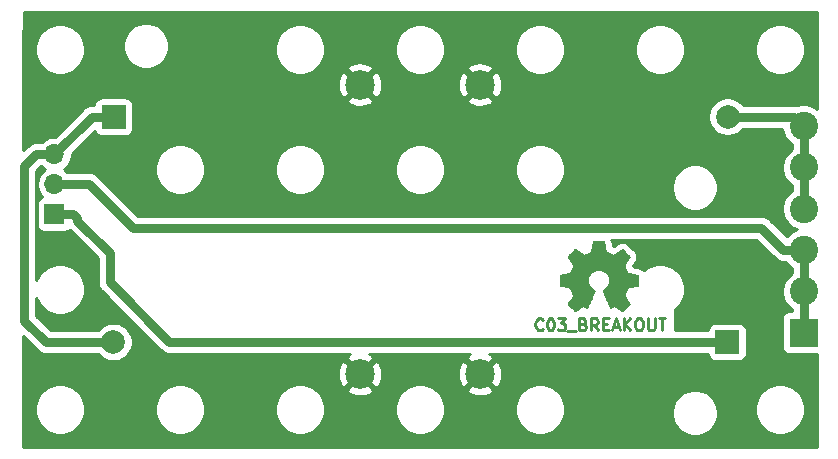
<source format=gbr>
G04 #@! TF.GenerationSoftware,KiCad,Pcbnew,5.1.5-52549c5~86~ubuntu18.04.1*
G04 #@! TF.CreationDate,2020-09-09T16:53:46-05:00*
G04 #@! TF.ProjectId,C03,4330332e-6b69-4636-9164-5f7063625858,rev?*
G04 #@! TF.SameCoordinates,Original*
G04 #@! TF.FileFunction,Copper,L1,Top*
G04 #@! TF.FilePolarity,Positive*
%FSLAX46Y46*%
G04 Gerber Fmt 4.6, Leading zero omitted, Abs format (unit mm)*
G04 Created by KiCad (PCBNEW 5.1.5-52549c5~86~ubuntu18.04.1) date 2020-09-09 16:53:46*
%MOMM*%
%LPD*%
G04 APERTURE LIST*
%ADD10C,0.250000*%
%ADD11C,0.010000*%
%ADD12C,2.400000*%
%ADD13R,2.400000X2.400000*%
%ADD14O,1.700000X1.700000*%
%ADD15R,1.700000X1.700000*%
%ADD16C,2.000000*%
%ADD17R,2.000000X2.000000*%
%ADD18C,2.499360*%
%ADD19C,0.750000*%
%ADD20C,0.254000*%
G04 APERTURE END LIST*
D10*
X64686466Y-47499542D02*
X64638847Y-47547161D01*
X64495990Y-47594780D01*
X64400752Y-47594780D01*
X64257895Y-47547161D01*
X64162657Y-47451923D01*
X64115038Y-47356685D01*
X64067419Y-47166209D01*
X64067419Y-47023352D01*
X64115038Y-46832876D01*
X64162657Y-46737638D01*
X64257895Y-46642400D01*
X64400752Y-46594780D01*
X64495990Y-46594780D01*
X64638847Y-46642400D01*
X64686466Y-46690019D01*
X65305514Y-46594780D02*
X65400752Y-46594780D01*
X65495990Y-46642400D01*
X65543609Y-46690019D01*
X65591228Y-46785257D01*
X65638847Y-46975733D01*
X65638847Y-47213828D01*
X65591228Y-47404304D01*
X65543609Y-47499542D01*
X65495990Y-47547161D01*
X65400752Y-47594780D01*
X65305514Y-47594780D01*
X65210276Y-47547161D01*
X65162657Y-47499542D01*
X65115038Y-47404304D01*
X65067419Y-47213828D01*
X65067419Y-46975733D01*
X65115038Y-46785257D01*
X65162657Y-46690019D01*
X65210276Y-46642400D01*
X65305514Y-46594780D01*
X65972180Y-46594780D02*
X66591228Y-46594780D01*
X66257895Y-46975733D01*
X66400752Y-46975733D01*
X66495990Y-47023352D01*
X66543609Y-47070971D01*
X66591228Y-47166209D01*
X66591228Y-47404304D01*
X66543609Y-47499542D01*
X66495990Y-47547161D01*
X66400752Y-47594780D01*
X66115038Y-47594780D01*
X66019800Y-47547161D01*
X65972180Y-47499542D01*
X66781704Y-47690019D02*
X67543609Y-47690019D01*
X68115038Y-47070971D02*
X68257895Y-47118590D01*
X68305514Y-47166209D01*
X68353133Y-47261447D01*
X68353133Y-47404304D01*
X68305514Y-47499542D01*
X68257895Y-47547161D01*
X68162657Y-47594780D01*
X67781704Y-47594780D01*
X67781704Y-46594780D01*
X68115038Y-46594780D01*
X68210276Y-46642400D01*
X68257895Y-46690019D01*
X68305514Y-46785257D01*
X68305514Y-46880495D01*
X68257895Y-46975733D01*
X68210276Y-47023352D01*
X68115038Y-47070971D01*
X67781704Y-47070971D01*
X69353133Y-47594780D02*
X69019800Y-47118590D01*
X68781704Y-47594780D02*
X68781704Y-46594780D01*
X69162657Y-46594780D01*
X69257895Y-46642400D01*
X69305514Y-46690019D01*
X69353133Y-46785257D01*
X69353133Y-46928114D01*
X69305514Y-47023352D01*
X69257895Y-47070971D01*
X69162657Y-47118590D01*
X68781704Y-47118590D01*
X69781704Y-47070971D02*
X70115038Y-47070971D01*
X70257895Y-47594780D02*
X69781704Y-47594780D01*
X69781704Y-46594780D01*
X70257895Y-46594780D01*
X70638847Y-47309066D02*
X71115038Y-47309066D01*
X70543609Y-47594780D02*
X70876942Y-46594780D01*
X71210276Y-47594780D01*
X71543609Y-47594780D02*
X71543609Y-46594780D01*
X72115038Y-47594780D02*
X71686466Y-47023352D01*
X72115038Y-46594780D02*
X71543609Y-47166209D01*
X72734085Y-46594780D02*
X72924561Y-46594780D01*
X73019800Y-46642400D01*
X73115038Y-46737638D01*
X73162657Y-46928114D01*
X73162657Y-47261447D01*
X73115038Y-47451923D01*
X73019800Y-47547161D01*
X72924561Y-47594780D01*
X72734085Y-47594780D01*
X72638847Y-47547161D01*
X72543609Y-47451923D01*
X72495990Y-47261447D01*
X72495990Y-46928114D01*
X72543609Y-46737638D01*
X72638847Y-46642400D01*
X72734085Y-46594780D01*
X73591228Y-46594780D02*
X73591228Y-47404304D01*
X73638847Y-47499542D01*
X73686466Y-47547161D01*
X73781704Y-47594780D01*
X73972180Y-47594780D01*
X74067419Y-47547161D01*
X74115038Y-47499542D01*
X74162657Y-47404304D01*
X74162657Y-46594780D01*
X74495990Y-46594780D02*
X75067419Y-46594780D01*
X74781704Y-47594780D02*
X74781704Y-46594780D01*
D11*
G36*
X69974014Y-40521931D02*
G01*
X70057835Y-40966555D01*
X70367120Y-41094053D01*
X70676406Y-41221551D01*
X71047446Y-40969246D01*
X71151357Y-40898996D01*
X71245287Y-40836272D01*
X71324852Y-40783938D01*
X71385670Y-40744857D01*
X71423357Y-40721893D01*
X71433621Y-40716942D01*
X71452110Y-40729676D01*
X71491620Y-40764882D01*
X71547722Y-40818062D01*
X71615987Y-40884718D01*
X71691986Y-40960354D01*
X71771292Y-41040472D01*
X71849475Y-41120574D01*
X71922107Y-41196164D01*
X71984759Y-41262745D01*
X72033003Y-41315818D01*
X72062410Y-41350887D01*
X72069441Y-41362623D01*
X72059323Y-41384260D01*
X72030959Y-41431662D01*
X71987329Y-41500193D01*
X71931418Y-41585215D01*
X71866206Y-41682093D01*
X71828419Y-41737350D01*
X71759543Y-41838248D01*
X71698340Y-41929299D01*
X71647778Y-42005970D01*
X71610828Y-42063728D01*
X71590458Y-42098043D01*
X71587397Y-42105254D01*
X71594336Y-42125748D01*
X71613251Y-42173513D01*
X71641287Y-42241832D01*
X71675591Y-42323989D01*
X71713309Y-42413270D01*
X71751587Y-42502958D01*
X71787570Y-42586338D01*
X71818406Y-42656694D01*
X71841239Y-42707310D01*
X71853217Y-42731471D01*
X71853924Y-42732422D01*
X71872731Y-42737036D01*
X71922818Y-42747328D01*
X71998993Y-42762287D01*
X72096065Y-42780901D01*
X72208843Y-42802159D01*
X72274642Y-42814418D01*
X72395150Y-42837362D01*
X72503997Y-42859195D01*
X72595676Y-42878722D01*
X72664681Y-42894748D01*
X72705504Y-42906079D01*
X72713711Y-42909674D01*
X72721748Y-42934006D01*
X72728233Y-42988959D01*
X72733170Y-43068108D01*
X72736564Y-43165026D01*
X72738418Y-43273287D01*
X72738738Y-43386465D01*
X72737527Y-43498135D01*
X72734790Y-43601868D01*
X72730531Y-43691241D01*
X72724755Y-43759826D01*
X72717467Y-43801197D01*
X72713095Y-43809810D01*
X72686964Y-43820133D01*
X72631593Y-43834892D01*
X72554307Y-43852352D01*
X72462430Y-43870780D01*
X72430358Y-43876741D01*
X72275724Y-43905066D01*
X72153575Y-43927876D01*
X72059873Y-43946080D01*
X71990584Y-43960583D01*
X71941671Y-43972292D01*
X71909097Y-43982115D01*
X71888828Y-43990956D01*
X71876826Y-43999724D01*
X71875147Y-44001457D01*
X71858384Y-44029371D01*
X71832814Y-44083695D01*
X71800988Y-44157777D01*
X71765460Y-44244965D01*
X71728783Y-44338608D01*
X71693511Y-44432052D01*
X71662196Y-44518647D01*
X71637393Y-44591740D01*
X71621654Y-44644678D01*
X71617532Y-44670811D01*
X71617876Y-44671726D01*
X71631841Y-44693086D01*
X71663522Y-44740084D01*
X71709591Y-44807827D01*
X71766718Y-44891423D01*
X71831573Y-44985982D01*
X71850043Y-45012854D01*
X71915899Y-45110275D01*
X71973850Y-45199163D01*
X72020738Y-45274412D01*
X72053407Y-45330920D01*
X72068700Y-45363581D01*
X72069441Y-45367593D01*
X72056592Y-45388684D01*
X72021088Y-45430464D01*
X71967493Y-45488445D01*
X71900371Y-45558135D01*
X71824287Y-45635045D01*
X71743804Y-45714683D01*
X71663487Y-45792561D01*
X71587899Y-45864186D01*
X71521605Y-45925070D01*
X71469169Y-45970721D01*
X71435155Y-45996650D01*
X71425745Y-46000883D01*
X71403843Y-45990912D01*
X71359000Y-45964020D01*
X71298521Y-45924736D01*
X71251989Y-45893117D01*
X71167675Y-45835098D01*
X71067826Y-45766784D01*
X70967673Y-45698579D01*
X70913827Y-45662075D01*
X70731571Y-45538800D01*
X70578581Y-45621520D01*
X70508882Y-45657759D01*
X70449614Y-45685926D01*
X70409511Y-45701991D01*
X70399303Y-45704226D01*
X70387029Y-45687722D01*
X70362813Y-45641082D01*
X70328463Y-45568609D01*
X70285788Y-45474606D01*
X70236594Y-45363374D01*
X70182690Y-45239215D01*
X70125884Y-45106432D01*
X70067982Y-44969327D01*
X70010793Y-44832202D01*
X69956124Y-44699358D01*
X69905784Y-44575098D01*
X69861580Y-44463725D01*
X69825319Y-44369539D01*
X69798809Y-44296844D01*
X69783858Y-44249941D01*
X69781454Y-44233833D01*
X69800511Y-44213286D01*
X69842236Y-44179933D01*
X69897906Y-44140702D01*
X69902578Y-44137599D01*
X70046464Y-44022423D01*
X70162483Y-43888053D01*
X70249630Y-43738784D01*
X70306899Y-43578913D01*
X70333286Y-43412737D01*
X70327785Y-43244552D01*
X70289390Y-43078655D01*
X70217095Y-42919342D01*
X70195826Y-42884487D01*
X70085196Y-42743737D01*
X69954502Y-42630714D01*
X69808264Y-42546003D01*
X69651008Y-42490194D01*
X69487257Y-42463874D01*
X69321533Y-42467630D01*
X69158362Y-42502050D01*
X69002265Y-42567723D01*
X68857767Y-42665235D01*
X68813069Y-42704813D01*
X68699312Y-42828703D01*
X68616418Y-42959124D01*
X68559556Y-43105315D01*
X68527887Y-43250088D01*
X68520069Y-43412860D01*
X68546138Y-43576440D01*
X68603445Y-43735298D01*
X68689344Y-43883906D01*
X68801186Y-44016735D01*
X68936323Y-44128256D01*
X68954083Y-44140011D01*
X69010350Y-44178508D01*
X69053123Y-44211863D01*
X69073572Y-44233160D01*
X69073869Y-44233833D01*
X69069479Y-44256871D01*
X69052076Y-44309157D01*
X69023468Y-44386390D01*
X68985465Y-44484268D01*
X68939874Y-44598491D01*
X68888503Y-44724758D01*
X68833162Y-44858767D01*
X68775658Y-44996218D01*
X68717801Y-45132808D01*
X68661398Y-45264237D01*
X68608258Y-45386205D01*
X68560190Y-45494409D01*
X68519001Y-45584549D01*
X68486501Y-45652323D01*
X68464497Y-45693430D01*
X68455636Y-45704226D01*
X68428560Y-45695819D01*
X68377897Y-45673272D01*
X68312383Y-45640613D01*
X68276359Y-45621520D01*
X68123368Y-45538800D01*
X67941112Y-45662075D01*
X67848075Y-45725228D01*
X67746215Y-45794727D01*
X67650762Y-45860165D01*
X67602950Y-45893117D01*
X67535705Y-45938273D01*
X67478764Y-45974057D01*
X67439554Y-45995938D01*
X67426819Y-46000563D01*
X67408283Y-45988085D01*
X67367259Y-45953252D01*
X67307725Y-45899678D01*
X67233658Y-45830983D01*
X67149035Y-45750781D01*
X67095515Y-45699286D01*
X67001881Y-45607286D01*
X66920959Y-45524999D01*
X66856023Y-45455945D01*
X66810342Y-45403644D01*
X66787189Y-45371616D01*
X66784968Y-45365116D01*
X66795276Y-45340394D01*
X66823761Y-45290405D01*
X66867263Y-45220212D01*
X66922623Y-45134875D01*
X66986680Y-45039456D01*
X67004897Y-45012854D01*
X67071273Y-44916167D01*
X67130822Y-44829117D01*
X67180216Y-44756595D01*
X67216125Y-44703493D01*
X67235219Y-44674703D01*
X67237064Y-44671726D01*
X67234305Y-44648782D01*
X67219662Y-44598336D01*
X67195687Y-44527041D01*
X67164934Y-44441547D01*
X67129956Y-44348507D01*
X67093307Y-44254574D01*
X67057539Y-44166399D01*
X67025206Y-44090634D01*
X66998862Y-44033931D01*
X66981058Y-44002943D01*
X66979793Y-44001457D01*
X66968906Y-43992601D01*
X66950518Y-43983843D01*
X66920594Y-43974277D01*
X66875097Y-43962996D01*
X66809991Y-43949093D01*
X66721239Y-43931663D01*
X66604807Y-43909798D01*
X66456658Y-43882591D01*
X66424582Y-43876741D01*
X66329514Y-43858374D01*
X66246635Y-43840405D01*
X66183270Y-43824569D01*
X66146742Y-43812600D01*
X66141844Y-43809810D01*
X66133773Y-43785072D01*
X66127213Y-43729790D01*
X66122167Y-43650389D01*
X66118641Y-43553296D01*
X66116639Y-43444938D01*
X66116164Y-43331740D01*
X66117223Y-43220128D01*
X66119818Y-43116529D01*
X66123954Y-43027368D01*
X66129637Y-42959072D01*
X66136869Y-42918066D01*
X66141229Y-42909674D01*
X66165502Y-42901208D01*
X66220774Y-42887435D01*
X66301538Y-42869550D01*
X66402288Y-42848748D01*
X66517517Y-42826223D01*
X66580298Y-42814418D01*
X66699413Y-42792151D01*
X66805635Y-42771979D01*
X66893773Y-42754915D01*
X66958634Y-42741969D01*
X66995026Y-42734155D01*
X67001016Y-42732422D01*
X67011139Y-42712890D01*
X67032538Y-42665843D01*
X67062361Y-42598003D01*
X67097755Y-42516091D01*
X67135868Y-42426828D01*
X67173847Y-42336935D01*
X67208840Y-42253135D01*
X67237994Y-42182147D01*
X67258457Y-42130694D01*
X67267377Y-42105497D01*
X67267543Y-42104396D01*
X67257431Y-42084519D01*
X67229083Y-42038777D01*
X67185477Y-41971717D01*
X67129594Y-41887884D01*
X67064413Y-41791826D01*
X67026521Y-41736650D01*
X66957475Y-41635481D01*
X66896150Y-41543630D01*
X66845537Y-41465744D01*
X66808629Y-41406469D01*
X66788418Y-41370451D01*
X66785499Y-41362377D01*
X66798047Y-41343584D01*
X66832737Y-41303457D01*
X66885137Y-41246493D01*
X66950816Y-41177185D01*
X67025344Y-41100031D01*
X67104287Y-41019525D01*
X67183217Y-40940163D01*
X67257700Y-40866440D01*
X67323306Y-40802852D01*
X67375604Y-40753894D01*
X67410161Y-40724061D01*
X67421722Y-40716942D01*
X67440546Y-40726953D01*
X67485569Y-40755078D01*
X67552413Y-40798454D01*
X67636701Y-40854218D01*
X67734056Y-40919506D01*
X67807493Y-40969246D01*
X68178533Y-41221551D01*
X68797105Y-40966555D01*
X68880925Y-40521931D01*
X68964746Y-40077307D01*
X69890194Y-40077307D01*
X69974014Y-40521931D01*
G37*
X69974014Y-40521931D02*
X70057835Y-40966555D01*
X70367120Y-41094053D01*
X70676406Y-41221551D01*
X71047446Y-40969246D01*
X71151357Y-40898996D01*
X71245287Y-40836272D01*
X71324852Y-40783938D01*
X71385670Y-40744857D01*
X71423357Y-40721893D01*
X71433621Y-40716942D01*
X71452110Y-40729676D01*
X71491620Y-40764882D01*
X71547722Y-40818062D01*
X71615987Y-40884718D01*
X71691986Y-40960354D01*
X71771292Y-41040472D01*
X71849475Y-41120574D01*
X71922107Y-41196164D01*
X71984759Y-41262745D01*
X72033003Y-41315818D01*
X72062410Y-41350887D01*
X72069441Y-41362623D01*
X72059323Y-41384260D01*
X72030959Y-41431662D01*
X71987329Y-41500193D01*
X71931418Y-41585215D01*
X71866206Y-41682093D01*
X71828419Y-41737350D01*
X71759543Y-41838248D01*
X71698340Y-41929299D01*
X71647778Y-42005970D01*
X71610828Y-42063728D01*
X71590458Y-42098043D01*
X71587397Y-42105254D01*
X71594336Y-42125748D01*
X71613251Y-42173513D01*
X71641287Y-42241832D01*
X71675591Y-42323989D01*
X71713309Y-42413270D01*
X71751587Y-42502958D01*
X71787570Y-42586338D01*
X71818406Y-42656694D01*
X71841239Y-42707310D01*
X71853217Y-42731471D01*
X71853924Y-42732422D01*
X71872731Y-42737036D01*
X71922818Y-42747328D01*
X71998993Y-42762287D01*
X72096065Y-42780901D01*
X72208843Y-42802159D01*
X72274642Y-42814418D01*
X72395150Y-42837362D01*
X72503997Y-42859195D01*
X72595676Y-42878722D01*
X72664681Y-42894748D01*
X72705504Y-42906079D01*
X72713711Y-42909674D01*
X72721748Y-42934006D01*
X72728233Y-42988959D01*
X72733170Y-43068108D01*
X72736564Y-43165026D01*
X72738418Y-43273287D01*
X72738738Y-43386465D01*
X72737527Y-43498135D01*
X72734790Y-43601868D01*
X72730531Y-43691241D01*
X72724755Y-43759826D01*
X72717467Y-43801197D01*
X72713095Y-43809810D01*
X72686964Y-43820133D01*
X72631593Y-43834892D01*
X72554307Y-43852352D01*
X72462430Y-43870780D01*
X72430358Y-43876741D01*
X72275724Y-43905066D01*
X72153575Y-43927876D01*
X72059873Y-43946080D01*
X71990584Y-43960583D01*
X71941671Y-43972292D01*
X71909097Y-43982115D01*
X71888828Y-43990956D01*
X71876826Y-43999724D01*
X71875147Y-44001457D01*
X71858384Y-44029371D01*
X71832814Y-44083695D01*
X71800988Y-44157777D01*
X71765460Y-44244965D01*
X71728783Y-44338608D01*
X71693511Y-44432052D01*
X71662196Y-44518647D01*
X71637393Y-44591740D01*
X71621654Y-44644678D01*
X71617532Y-44670811D01*
X71617876Y-44671726D01*
X71631841Y-44693086D01*
X71663522Y-44740084D01*
X71709591Y-44807827D01*
X71766718Y-44891423D01*
X71831573Y-44985982D01*
X71850043Y-45012854D01*
X71915899Y-45110275D01*
X71973850Y-45199163D01*
X72020738Y-45274412D01*
X72053407Y-45330920D01*
X72068700Y-45363581D01*
X72069441Y-45367593D01*
X72056592Y-45388684D01*
X72021088Y-45430464D01*
X71967493Y-45488445D01*
X71900371Y-45558135D01*
X71824287Y-45635045D01*
X71743804Y-45714683D01*
X71663487Y-45792561D01*
X71587899Y-45864186D01*
X71521605Y-45925070D01*
X71469169Y-45970721D01*
X71435155Y-45996650D01*
X71425745Y-46000883D01*
X71403843Y-45990912D01*
X71359000Y-45964020D01*
X71298521Y-45924736D01*
X71251989Y-45893117D01*
X71167675Y-45835098D01*
X71067826Y-45766784D01*
X70967673Y-45698579D01*
X70913827Y-45662075D01*
X70731571Y-45538800D01*
X70578581Y-45621520D01*
X70508882Y-45657759D01*
X70449614Y-45685926D01*
X70409511Y-45701991D01*
X70399303Y-45704226D01*
X70387029Y-45687722D01*
X70362813Y-45641082D01*
X70328463Y-45568609D01*
X70285788Y-45474606D01*
X70236594Y-45363374D01*
X70182690Y-45239215D01*
X70125884Y-45106432D01*
X70067982Y-44969327D01*
X70010793Y-44832202D01*
X69956124Y-44699358D01*
X69905784Y-44575098D01*
X69861580Y-44463725D01*
X69825319Y-44369539D01*
X69798809Y-44296844D01*
X69783858Y-44249941D01*
X69781454Y-44233833D01*
X69800511Y-44213286D01*
X69842236Y-44179933D01*
X69897906Y-44140702D01*
X69902578Y-44137599D01*
X70046464Y-44022423D01*
X70162483Y-43888053D01*
X70249630Y-43738784D01*
X70306899Y-43578913D01*
X70333286Y-43412737D01*
X70327785Y-43244552D01*
X70289390Y-43078655D01*
X70217095Y-42919342D01*
X70195826Y-42884487D01*
X70085196Y-42743737D01*
X69954502Y-42630714D01*
X69808264Y-42546003D01*
X69651008Y-42490194D01*
X69487257Y-42463874D01*
X69321533Y-42467630D01*
X69158362Y-42502050D01*
X69002265Y-42567723D01*
X68857767Y-42665235D01*
X68813069Y-42704813D01*
X68699312Y-42828703D01*
X68616418Y-42959124D01*
X68559556Y-43105315D01*
X68527887Y-43250088D01*
X68520069Y-43412860D01*
X68546138Y-43576440D01*
X68603445Y-43735298D01*
X68689344Y-43883906D01*
X68801186Y-44016735D01*
X68936323Y-44128256D01*
X68954083Y-44140011D01*
X69010350Y-44178508D01*
X69053123Y-44211863D01*
X69073572Y-44233160D01*
X69073869Y-44233833D01*
X69069479Y-44256871D01*
X69052076Y-44309157D01*
X69023468Y-44386390D01*
X68985465Y-44484268D01*
X68939874Y-44598491D01*
X68888503Y-44724758D01*
X68833162Y-44858767D01*
X68775658Y-44996218D01*
X68717801Y-45132808D01*
X68661398Y-45264237D01*
X68608258Y-45386205D01*
X68560190Y-45494409D01*
X68519001Y-45584549D01*
X68486501Y-45652323D01*
X68464497Y-45693430D01*
X68455636Y-45704226D01*
X68428560Y-45695819D01*
X68377897Y-45673272D01*
X68312383Y-45640613D01*
X68276359Y-45621520D01*
X68123368Y-45538800D01*
X67941112Y-45662075D01*
X67848075Y-45725228D01*
X67746215Y-45794727D01*
X67650762Y-45860165D01*
X67602950Y-45893117D01*
X67535705Y-45938273D01*
X67478764Y-45974057D01*
X67439554Y-45995938D01*
X67426819Y-46000563D01*
X67408283Y-45988085D01*
X67367259Y-45953252D01*
X67307725Y-45899678D01*
X67233658Y-45830983D01*
X67149035Y-45750781D01*
X67095515Y-45699286D01*
X67001881Y-45607286D01*
X66920959Y-45524999D01*
X66856023Y-45455945D01*
X66810342Y-45403644D01*
X66787189Y-45371616D01*
X66784968Y-45365116D01*
X66795276Y-45340394D01*
X66823761Y-45290405D01*
X66867263Y-45220212D01*
X66922623Y-45134875D01*
X66986680Y-45039456D01*
X67004897Y-45012854D01*
X67071273Y-44916167D01*
X67130822Y-44829117D01*
X67180216Y-44756595D01*
X67216125Y-44703493D01*
X67235219Y-44674703D01*
X67237064Y-44671726D01*
X67234305Y-44648782D01*
X67219662Y-44598336D01*
X67195687Y-44527041D01*
X67164934Y-44441547D01*
X67129956Y-44348507D01*
X67093307Y-44254574D01*
X67057539Y-44166399D01*
X67025206Y-44090634D01*
X66998862Y-44033931D01*
X66981058Y-44002943D01*
X66979793Y-44001457D01*
X66968906Y-43992601D01*
X66950518Y-43983843D01*
X66920594Y-43974277D01*
X66875097Y-43962996D01*
X66809991Y-43949093D01*
X66721239Y-43931663D01*
X66604807Y-43909798D01*
X66456658Y-43882591D01*
X66424582Y-43876741D01*
X66329514Y-43858374D01*
X66246635Y-43840405D01*
X66183270Y-43824569D01*
X66146742Y-43812600D01*
X66141844Y-43809810D01*
X66133773Y-43785072D01*
X66127213Y-43729790D01*
X66122167Y-43650389D01*
X66118641Y-43553296D01*
X66116639Y-43444938D01*
X66116164Y-43331740D01*
X66117223Y-43220128D01*
X66119818Y-43116529D01*
X66123954Y-43027368D01*
X66129637Y-42959072D01*
X66136869Y-42918066D01*
X66141229Y-42909674D01*
X66165502Y-42901208D01*
X66220774Y-42887435D01*
X66301538Y-42869550D01*
X66402288Y-42848748D01*
X66517517Y-42826223D01*
X66580298Y-42814418D01*
X66699413Y-42792151D01*
X66805635Y-42771979D01*
X66893773Y-42754915D01*
X66958634Y-42741969D01*
X66995026Y-42734155D01*
X67001016Y-42732422D01*
X67011139Y-42712890D01*
X67032538Y-42665843D01*
X67062361Y-42598003D01*
X67097755Y-42516091D01*
X67135868Y-42426828D01*
X67173847Y-42336935D01*
X67208840Y-42253135D01*
X67237994Y-42182147D01*
X67258457Y-42130694D01*
X67267377Y-42105497D01*
X67267543Y-42104396D01*
X67257431Y-42084519D01*
X67229083Y-42038777D01*
X67185477Y-41971717D01*
X67129594Y-41887884D01*
X67064413Y-41791826D01*
X67026521Y-41736650D01*
X66957475Y-41635481D01*
X66896150Y-41543630D01*
X66845537Y-41465744D01*
X66808629Y-41406469D01*
X66788418Y-41370451D01*
X66785499Y-41362377D01*
X66798047Y-41343584D01*
X66832737Y-41303457D01*
X66885137Y-41246493D01*
X66950816Y-41177185D01*
X67025344Y-41100031D01*
X67104287Y-41019525D01*
X67183217Y-40940163D01*
X67257700Y-40866440D01*
X67323306Y-40802852D01*
X67375604Y-40753894D01*
X67410161Y-40724061D01*
X67421722Y-40716942D01*
X67440546Y-40726953D01*
X67485569Y-40755078D01*
X67552413Y-40798454D01*
X67636701Y-40854218D01*
X67734056Y-40919506D01*
X67807493Y-40969246D01*
X68178533Y-41221551D01*
X68797105Y-40966555D01*
X68880925Y-40521931D01*
X68964746Y-40077307D01*
X69890194Y-40077307D01*
X69974014Y-40521931D01*
D12*
X86766400Y-30300000D03*
X86766400Y-33800000D03*
X86766400Y-37300000D03*
X86766400Y-40800000D03*
X86766400Y-44300000D03*
D13*
X86766400Y-47800000D03*
D14*
X23342600Y-32689800D03*
X23342600Y-35229800D03*
D15*
X23342600Y-37769800D03*
D16*
X80336400Y-29514800D03*
D17*
X28346400Y-29514800D03*
X80314800Y-48585200D03*
D16*
X28324800Y-48585200D03*
D18*
X59370000Y-51308000D03*
X49210000Y-51308000D03*
X49210000Y-26792000D03*
X59370000Y-26792000D03*
D19*
X80314800Y-48585200D02*
X33065800Y-48585200D01*
X33065800Y-48585200D02*
X28016200Y-43535600D01*
X28016200Y-43535600D02*
X28016200Y-41046400D01*
X28016200Y-41046400D02*
X25273000Y-38303200D01*
X24942600Y-37769800D02*
X23342600Y-37769800D01*
X25273000Y-38303200D02*
X25273000Y-38100200D01*
X25273000Y-38100200D02*
X24942600Y-37769800D01*
X26517600Y-29514800D02*
X23342600Y-32689800D01*
X28346400Y-29514800D02*
X26517600Y-29514800D01*
X23342600Y-32689800D02*
X21818600Y-32689800D01*
X21818600Y-32689800D02*
X20802600Y-33705800D01*
X20802600Y-33705800D02*
X20802600Y-46786800D01*
X22601000Y-48585200D02*
X28324800Y-48585200D01*
X20802600Y-46786800D02*
X22601000Y-48585200D01*
X85981200Y-29514800D02*
X86766400Y-30300000D01*
X80336400Y-29514800D02*
X85981200Y-29514800D01*
X86766400Y-30300000D02*
X86766400Y-33800000D01*
X86766400Y-33800000D02*
X86766400Y-37300000D01*
X86766400Y-47800000D02*
X86766400Y-44300000D01*
X86766400Y-44300000D02*
X86766400Y-40800000D01*
X85069344Y-40800000D02*
X83182144Y-38912800D01*
X86766400Y-40800000D02*
X85069344Y-40800000D01*
X83182144Y-38912800D02*
X29972000Y-38912800D01*
X26289000Y-35229800D02*
X23342600Y-35229800D01*
X29972000Y-38912800D02*
X26289000Y-35229800D01*
D20*
G36*
X22395968Y-33843275D02*
G01*
X22570360Y-33959800D01*
X22395968Y-34076325D01*
X22189125Y-34283168D01*
X22026610Y-34526389D01*
X21914668Y-34796642D01*
X21857600Y-35083540D01*
X21857600Y-35376060D01*
X21914668Y-35662958D01*
X22026610Y-35933211D01*
X22189125Y-36176432D01*
X22320980Y-36308287D01*
X22248420Y-36330298D01*
X22138106Y-36389263D01*
X22041415Y-36468615D01*
X21962063Y-36565306D01*
X21903098Y-36675620D01*
X21866788Y-36795318D01*
X21854528Y-36919800D01*
X21854528Y-38619800D01*
X21866788Y-38744282D01*
X21903098Y-38863980D01*
X21962063Y-38974294D01*
X22041415Y-39070985D01*
X22138106Y-39150337D01*
X22248420Y-39209302D01*
X22368118Y-39245612D01*
X22492600Y-39257872D01*
X24192600Y-39257872D01*
X24317082Y-39245612D01*
X24436780Y-39209302D01*
X24547094Y-39150337D01*
X24626563Y-39085118D01*
X27006201Y-41464757D01*
X27006200Y-43485992D01*
X27001314Y-43535600D01*
X27020815Y-43733594D01*
X27073725Y-43908014D01*
X27078568Y-43923979D01*
X27172353Y-44099440D01*
X27298567Y-44253233D01*
X27337106Y-44284861D01*
X32316544Y-49264300D01*
X32348167Y-49302833D01*
X32501960Y-49429047D01*
X32677420Y-49522832D01*
X32867805Y-49580585D01*
X33065800Y-49600086D01*
X33115408Y-49595200D01*
X48406936Y-49595200D01*
X48202104Y-49704685D01*
X48076229Y-49994623D01*
X49210000Y-51128395D01*
X50343771Y-49994623D01*
X50217896Y-49704685D01*
X49998589Y-49595200D01*
X58566936Y-49595200D01*
X58362104Y-49704685D01*
X58236229Y-49994623D01*
X59370000Y-51128395D01*
X60503771Y-49994623D01*
X60377896Y-49704685D01*
X60158589Y-49595200D01*
X78677713Y-49595200D01*
X78688988Y-49709682D01*
X78725298Y-49829380D01*
X78784263Y-49939694D01*
X78863615Y-50036385D01*
X78960306Y-50115737D01*
X79070620Y-50174702D01*
X79190318Y-50211012D01*
X79314800Y-50223272D01*
X81314800Y-50223272D01*
X81439282Y-50211012D01*
X81558980Y-50174702D01*
X81669294Y-50115737D01*
X81765985Y-50036385D01*
X81845337Y-49939694D01*
X81904302Y-49829380D01*
X81940612Y-49709682D01*
X81952872Y-49585200D01*
X81952872Y-47585200D01*
X81940612Y-47460718D01*
X81904302Y-47341020D01*
X81845337Y-47230706D01*
X81765985Y-47134015D01*
X81669294Y-47054663D01*
X81558980Y-46995698D01*
X81439282Y-46959388D01*
X81314800Y-46947128D01*
X79314800Y-46947128D01*
X79190318Y-46959388D01*
X79070620Y-46995698D01*
X78960306Y-47054663D01*
X78863615Y-47134015D01*
X78784263Y-47230706D01*
X78725298Y-47341020D01*
X78688988Y-47460718D01*
X78677713Y-47575200D01*
X75922657Y-47575200D01*
X75922657Y-45820653D01*
X75970983Y-45788363D01*
X76268363Y-45490983D01*
X76502012Y-45141302D01*
X76662953Y-44752756D01*
X76745000Y-44340279D01*
X76745000Y-43919721D01*
X76662953Y-43507244D01*
X76502012Y-43118698D01*
X76268363Y-42769017D01*
X75970983Y-42471637D01*
X75621302Y-42237988D01*
X75232756Y-42077047D01*
X74820279Y-41995000D01*
X74399721Y-41995000D01*
X73987244Y-42077047D01*
X73598698Y-42237988D01*
X73249017Y-42471637D01*
X73211065Y-42509589D01*
X73199072Y-42492512D01*
X73189095Y-42482970D01*
X73180675Y-42472015D01*
X73144033Y-42439875D01*
X73108802Y-42406182D01*
X73097150Y-42398753D01*
X73086772Y-42389650D01*
X73044592Y-42365243D01*
X73003481Y-42339031D01*
X72990616Y-42334010D01*
X72978661Y-42327092D01*
X72970501Y-42323450D01*
X72962294Y-42319855D01*
X72923312Y-42307147D01*
X72885267Y-42291843D01*
X72876673Y-42289393D01*
X72835851Y-42278063D01*
X72826812Y-42276483D01*
X72818155Y-42273422D01*
X72809464Y-42271340D01*
X72740459Y-42255314D01*
X72739068Y-42255132D01*
X72737728Y-42254685D01*
X72729000Y-42252763D01*
X72637322Y-42233236D01*
X72637241Y-42233227D01*
X72629864Y-42231694D01*
X72521017Y-42209861D01*
X72520883Y-42209848D01*
X72514852Y-42208656D01*
X72394344Y-42185712D01*
X72394218Y-42185701D01*
X72391863Y-42185245D01*
X72327126Y-42173184D01*
X72308235Y-42169623D01*
X72357005Y-42098179D01*
X72394494Y-42043357D01*
X72394570Y-42043219D01*
X72397128Y-42039475D01*
X72462340Y-41942597D01*
X72462395Y-41942496D01*
X72466156Y-41936862D01*
X72522067Y-41851840D01*
X72522187Y-41851611D01*
X72522352Y-41851407D01*
X72527203Y-41843902D01*
X72570833Y-41775371D01*
X72572829Y-41771435D01*
X72575507Y-41767918D01*
X72580149Y-41760281D01*
X72608513Y-41712879D01*
X72620535Y-41687440D01*
X72635226Y-41663431D01*
X72639067Y-41655363D01*
X72649185Y-41633726D01*
X72658864Y-41606335D01*
X72661882Y-41599949D01*
X72663751Y-41592505D01*
X72668471Y-41579148D01*
X72688566Y-41524751D01*
X72689286Y-41520244D01*
X72690801Y-41515956D01*
X72699115Y-41458699D01*
X72708265Y-41401408D01*
X72708096Y-41396851D01*
X72708750Y-41392346D01*
X72705781Y-41334491D01*
X72703632Y-41276587D01*
X72702583Y-41272157D01*
X72702349Y-41267604D01*
X72688185Y-41211373D01*
X72674842Y-41155044D01*
X72672953Y-41150903D01*
X72671839Y-41146482D01*
X72647037Y-41094104D01*
X72631307Y-41059627D01*
X72627593Y-41050609D01*
X72626311Y-41048678D01*
X72622994Y-41041408D01*
X72618455Y-41033710D01*
X72611424Y-41021974D01*
X72583993Y-40984938D01*
X72558506Y-40946549D01*
X72552812Y-40939662D01*
X72523405Y-40904593D01*
X72517441Y-40898749D01*
X72512548Y-40891982D01*
X72506583Y-40885328D01*
X72458339Y-40832255D01*
X72457562Y-40831552D01*
X72456929Y-40830708D01*
X72450851Y-40824158D01*
X72388199Y-40757577D01*
X72388106Y-40757496D01*
X72383595Y-40752736D01*
X72310963Y-40677145D01*
X72310845Y-40677044D01*
X72307477Y-40673545D01*
X72229293Y-40593443D01*
X72229174Y-40593342D01*
X72226139Y-40590234D01*
X72146833Y-40510116D01*
X72146709Y-40510013D01*
X72143449Y-40506723D01*
X72067451Y-40431088D01*
X72067345Y-40431002D01*
X72063106Y-40426805D01*
X71994842Y-40360149D01*
X71994632Y-40359980D01*
X71994456Y-40359772D01*
X71988013Y-40353580D01*
X71931911Y-40300399D01*
X71927638Y-40297076D01*
X71924024Y-40293048D01*
X71917394Y-40287057D01*
X71877884Y-40251851D01*
X71849233Y-40230956D01*
X71822454Y-40207713D01*
X71815130Y-40202593D01*
X71796641Y-40189859D01*
X71781058Y-40181237D01*
X71776964Y-40178251D01*
X71776093Y-40177847D01*
X71763714Y-40168637D01*
X71724928Y-40150179D01*
X71687349Y-40129386D01*
X71668659Y-40123401D01*
X71650928Y-40114963D01*
X71609279Y-40104386D01*
X71568394Y-40091294D01*
X71548901Y-40089053D01*
X71529864Y-40084219D01*
X71486962Y-40081934D01*
X71444305Y-40077031D01*
X71424740Y-40078620D01*
X71405135Y-40077576D01*
X71362618Y-40083666D01*
X71319808Y-40087143D01*
X71300921Y-40092503D01*
X71281491Y-40095286D01*
X71240968Y-40109517D01*
X71199647Y-40121244D01*
X71182164Y-40130169D01*
X71163641Y-40136674D01*
X71155566Y-40140500D01*
X71145301Y-40145451D01*
X71122360Y-40159428D01*
X71097999Y-40170764D01*
X71090336Y-40175361D01*
X71052649Y-40198325D01*
X71050099Y-40200244D01*
X71047238Y-40201659D01*
X71039687Y-40206437D01*
X70978869Y-40245518D01*
X70978774Y-40245593D01*
X70973151Y-40249236D01*
X70893586Y-40301570D01*
X70893464Y-40301669D01*
X70889871Y-40304032D01*
X70795941Y-40366756D01*
X70795824Y-40366852D01*
X70792908Y-40368794D01*
X70688998Y-40439043D01*
X70688924Y-40439104D01*
X70687569Y-40440012D01*
X70618676Y-40486859D01*
X70602936Y-40403366D01*
X70602935Y-40403362D01*
X70519116Y-39958743D01*
X70518921Y-39958075D01*
X70518858Y-39957383D01*
X70508680Y-39922800D01*
X82763789Y-39922800D01*
X84320088Y-41479100D01*
X84351711Y-41517633D01*
X84505504Y-41643847D01*
X84656884Y-41724761D01*
X84680964Y-41737632D01*
X84871349Y-41795385D01*
X85069344Y-41814886D01*
X85118952Y-41810000D01*
X85234324Y-41810000D01*
X85341062Y-41969744D01*
X85596656Y-42225338D01*
X85756401Y-42332076D01*
X85756400Y-42767924D01*
X85596656Y-42874662D01*
X85341062Y-43130256D01*
X85140244Y-43430801D01*
X85001918Y-43764750D01*
X84931400Y-44119268D01*
X84931400Y-44480732D01*
X85001918Y-44835250D01*
X85140244Y-45169199D01*
X85341062Y-45469744D01*
X85596656Y-45725338D01*
X85756401Y-45832076D01*
X85756401Y-45961928D01*
X85566400Y-45961928D01*
X85441918Y-45974188D01*
X85322220Y-46010498D01*
X85211906Y-46069463D01*
X85115215Y-46148815D01*
X85035863Y-46245506D01*
X84976898Y-46355820D01*
X84940588Y-46475518D01*
X84928328Y-46600000D01*
X84928328Y-49000000D01*
X84940588Y-49124482D01*
X84976898Y-49244180D01*
X85035863Y-49354494D01*
X85115215Y-49451185D01*
X85211906Y-49530537D01*
X85322220Y-49589502D01*
X85441918Y-49625812D01*
X85566400Y-49638072D01*
X87920001Y-49638072D01*
X87920001Y-57440000D01*
X20675968Y-57440000D01*
X20680558Y-54079721D01*
X21675000Y-54079721D01*
X21675000Y-54500279D01*
X21757047Y-54912756D01*
X21917988Y-55301302D01*
X22151637Y-55650983D01*
X22449017Y-55948363D01*
X22798698Y-56182012D01*
X23187244Y-56342953D01*
X23599721Y-56425000D01*
X24020279Y-56425000D01*
X24432756Y-56342953D01*
X24821302Y-56182012D01*
X25170983Y-55948363D01*
X25468363Y-55650983D01*
X25702012Y-55301302D01*
X25862953Y-54912756D01*
X25945000Y-54500279D01*
X25945000Y-54079721D01*
X31835000Y-54079721D01*
X31835000Y-54500279D01*
X31917047Y-54912756D01*
X32077988Y-55301302D01*
X32311637Y-55650983D01*
X32609017Y-55948363D01*
X32958698Y-56182012D01*
X33347244Y-56342953D01*
X33759721Y-56425000D01*
X34180279Y-56425000D01*
X34592756Y-56342953D01*
X34981302Y-56182012D01*
X35330983Y-55948363D01*
X35628363Y-55650983D01*
X35862012Y-55301302D01*
X36022953Y-54912756D01*
X36105000Y-54500279D01*
X36105000Y-54079721D01*
X41995000Y-54079721D01*
X41995000Y-54500279D01*
X42077047Y-54912756D01*
X42237988Y-55301302D01*
X42471637Y-55650983D01*
X42769017Y-55948363D01*
X43118698Y-56182012D01*
X43507244Y-56342953D01*
X43919721Y-56425000D01*
X44340279Y-56425000D01*
X44752756Y-56342953D01*
X45141302Y-56182012D01*
X45490983Y-55948363D01*
X45788363Y-55650983D01*
X46022012Y-55301302D01*
X46182953Y-54912756D01*
X46265000Y-54500279D01*
X46265000Y-54079721D01*
X52155000Y-54079721D01*
X52155000Y-54500279D01*
X52237047Y-54912756D01*
X52397988Y-55301302D01*
X52631637Y-55650983D01*
X52929017Y-55948363D01*
X53278698Y-56182012D01*
X53667244Y-56342953D01*
X54079721Y-56425000D01*
X54500279Y-56425000D01*
X54912756Y-56342953D01*
X55301302Y-56182012D01*
X55650983Y-55948363D01*
X55948363Y-55650983D01*
X56182012Y-55301302D01*
X56342953Y-54912756D01*
X56425000Y-54500279D01*
X56425000Y-54079721D01*
X62315000Y-54079721D01*
X62315000Y-54500279D01*
X62397047Y-54912756D01*
X62557988Y-55301302D01*
X62791637Y-55650983D01*
X63089017Y-55948363D01*
X63438698Y-56182012D01*
X63827244Y-56342953D01*
X64239721Y-56425000D01*
X64660279Y-56425000D01*
X65072756Y-56342953D01*
X65461302Y-56182012D01*
X65810983Y-55948363D01*
X66108363Y-55650983D01*
X66342012Y-55301302D01*
X66502953Y-54912756D01*
X66585000Y-54500279D01*
X66585000Y-54387649D01*
X75609800Y-54387649D01*
X75609800Y-54772751D01*
X75684930Y-55150452D01*
X75832302Y-55506240D01*
X76046253Y-55826440D01*
X76318560Y-56098747D01*
X76638760Y-56312698D01*
X76994548Y-56460070D01*
X77372249Y-56535200D01*
X77757351Y-56535200D01*
X78135052Y-56460070D01*
X78490840Y-56312698D01*
X78811040Y-56098747D01*
X79083347Y-55826440D01*
X79297298Y-55506240D01*
X79444670Y-55150452D01*
X79519800Y-54772751D01*
X79519800Y-54387649D01*
X79458549Y-54079721D01*
X82635000Y-54079721D01*
X82635000Y-54500279D01*
X82717047Y-54912756D01*
X82877988Y-55301302D01*
X83111637Y-55650983D01*
X83409017Y-55948363D01*
X83758698Y-56182012D01*
X84147244Y-56342953D01*
X84559721Y-56425000D01*
X84980279Y-56425000D01*
X85392756Y-56342953D01*
X85781302Y-56182012D01*
X86130983Y-55948363D01*
X86428363Y-55650983D01*
X86662012Y-55301302D01*
X86822953Y-54912756D01*
X86905000Y-54500279D01*
X86905000Y-54079721D01*
X86822953Y-53667244D01*
X86662012Y-53278698D01*
X86428363Y-52929017D01*
X86130983Y-52631637D01*
X85781302Y-52397988D01*
X85392756Y-52237047D01*
X84980279Y-52155000D01*
X84559721Y-52155000D01*
X84147244Y-52237047D01*
X83758698Y-52397988D01*
X83409017Y-52631637D01*
X83111637Y-52929017D01*
X82877988Y-53278698D01*
X82717047Y-53667244D01*
X82635000Y-54079721D01*
X79458549Y-54079721D01*
X79444670Y-54009948D01*
X79297298Y-53654160D01*
X79083347Y-53333960D01*
X78811040Y-53061653D01*
X78490840Y-52847702D01*
X78135052Y-52700330D01*
X77757351Y-52625200D01*
X77372249Y-52625200D01*
X76994548Y-52700330D01*
X76638760Y-52847702D01*
X76318560Y-53061653D01*
X76046253Y-53333960D01*
X75832302Y-53654160D01*
X75684930Y-54009948D01*
X75609800Y-54387649D01*
X66585000Y-54387649D01*
X66585000Y-54079721D01*
X66502953Y-53667244D01*
X66342012Y-53278698D01*
X66108363Y-52929017D01*
X65810983Y-52631637D01*
X65461302Y-52397988D01*
X65072756Y-52237047D01*
X64660279Y-52155000D01*
X64239721Y-52155000D01*
X63827244Y-52237047D01*
X63438698Y-52397988D01*
X63089017Y-52631637D01*
X62791637Y-52929017D01*
X62557988Y-53278698D01*
X62397047Y-53667244D01*
X62315000Y-54079721D01*
X56425000Y-54079721D01*
X56342953Y-53667244D01*
X56182012Y-53278698D01*
X55948363Y-52929017D01*
X55650983Y-52631637D01*
X55635628Y-52621377D01*
X58236229Y-52621377D01*
X58362104Y-52911315D01*
X58694262Y-53077139D01*
X59052387Y-53174975D01*
X59422719Y-53201065D01*
X59791025Y-53154405D01*
X60143151Y-53036789D01*
X60377896Y-52911315D01*
X60503771Y-52621377D01*
X59370000Y-51487605D01*
X58236229Y-52621377D01*
X55635628Y-52621377D01*
X55301302Y-52397988D01*
X54912756Y-52237047D01*
X54500279Y-52155000D01*
X54079721Y-52155000D01*
X53667244Y-52237047D01*
X53278698Y-52397988D01*
X52929017Y-52631637D01*
X52631637Y-52929017D01*
X52397988Y-53278698D01*
X52237047Y-53667244D01*
X52155000Y-54079721D01*
X46265000Y-54079721D01*
X46182953Y-53667244D01*
X46022012Y-53278698D01*
X45788363Y-52929017D01*
X45490983Y-52631637D01*
X45475628Y-52621377D01*
X48076229Y-52621377D01*
X48202104Y-52911315D01*
X48534262Y-53077139D01*
X48892387Y-53174975D01*
X49262719Y-53201065D01*
X49631025Y-53154405D01*
X49983151Y-53036789D01*
X50217896Y-52911315D01*
X50343771Y-52621377D01*
X49210000Y-51487605D01*
X48076229Y-52621377D01*
X45475628Y-52621377D01*
X45141302Y-52397988D01*
X44752756Y-52237047D01*
X44340279Y-52155000D01*
X43919721Y-52155000D01*
X43507244Y-52237047D01*
X43118698Y-52397988D01*
X42769017Y-52631637D01*
X42471637Y-52929017D01*
X42237988Y-53278698D01*
X42077047Y-53667244D01*
X41995000Y-54079721D01*
X36105000Y-54079721D01*
X36022953Y-53667244D01*
X35862012Y-53278698D01*
X35628363Y-52929017D01*
X35330983Y-52631637D01*
X34981302Y-52397988D01*
X34592756Y-52237047D01*
X34180279Y-52155000D01*
X33759721Y-52155000D01*
X33347244Y-52237047D01*
X32958698Y-52397988D01*
X32609017Y-52631637D01*
X32311637Y-52929017D01*
X32077988Y-53278698D01*
X31917047Y-53667244D01*
X31835000Y-54079721D01*
X25945000Y-54079721D01*
X25862953Y-53667244D01*
X25702012Y-53278698D01*
X25468363Y-52929017D01*
X25170983Y-52631637D01*
X24821302Y-52397988D01*
X24432756Y-52237047D01*
X24020279Y-52155000D01*
X23599721Y-52155000D01*
X23187244Y-52237047D01*
X22798698Y-52397988D01*
X22449017Y-52631637D01*
X22151637Y-52929017D01*
X21917988Y-53278698D01*
X21757047Y-53667244D01*
X21675000Y-54079721D01*
X20680558Y-54079721D01*
X20684272Y-51360719D01*
X47316935Y-51360719D01*
X47363595Y-51729025D01*
X47481211Y-52081151D01*
X47606685Y-52315896D01*
X47896623Y-52441771D01*
X49030395Y-51308000D01*
X49389605Y-51308000D01*
X50523377Y-52441771D01*
X50813315Y-52315896D01*
X50979139Y-51983738D01*
X51076975Y-51625613D01*
X51095636Y-51360719D01*
X57476935Y-51360719D01*
X57523595Y-51729025D01*
X57641211Y-52081151D01*
X57766685Y-52315896D01*
X58056623Y-52441771D01*
X59190395Y-51308000D01*
X59549605Y-51308000D01*
X60683377Y-52441771D01*
X60973315Y-52315896D01*
X61139139Y-51983738D01*
X61236975Y-51625613D01*
X61263065Y-51255281D01*
X61216405Y-50886975D01*
X61098789Y-50534849D01*
X60973315Y-50300104D01*
X60683377Y-50174229D01*
X59549605Y-51308000D01*
X59190395Y-51308000D01*
X58056623Y-50174229D01*
X57766685Y-50300104D01*
X57600861Y-50632262D01*
X57503025Y-50990387D01*
X57476935Y-51360719D01*
X51095636Y-51360719D01*
X51103065Y-51255281D01*
X51056405Y-50886975D01*
X50938789Y-50534849D01*
X50813315Y-50300104D01*
X50523377Y-50174229D01*
X49389605Y-51308000D01*
X49030395Y-51308000D01*
X47896623Y-50174229D01*
X47606685Y-50300104D01*
X47440861Y-50632262D01*
X47343025Y-50990387D01*
X47316935Y-51360719D01*
X20684272Y-51360719D01*
X20688725Y-48101280D01*
X21851744Y-49264299D01*
X21883367Y-49302833D01*
X22037160Y-49429047D01*
X22212620Y-49522832D01*
X22403005Y-49580585D01*
X22601000Y-49600086D01*
X22650608Y-49595200D01*
X27033263Y-49595200D01*
X27054813Y-49627452D01*
X27282548Y-49855187D01*
X27550337Y-50034118D01*
X27847888Y-50157368D01*
X28163767Y-50220200D01*
X28485833Y-50220200D01*
X28801712Y-50157368D01*
X29099263Y-50034118D01*
X29367052Y-49855187D01*
X29594787Y-49627452D01*
X29773718Y-49359663D01*
X29896968Y-49062112D01*
X29959800Y-48746233D01*
X29959800Y-48424167D01*
X29896968Y-48108288D01*
X29773718Y-47810737D01*
X29594787Y-47542948D01*
X29367052Y-47315213D01*
X29099263Y-47136282D01*
X28801712Y-47013032D01*
X28485833Y-46950200D01*
X28163767Y-46950200D01*
X27847888Y-47013032D01*
X27550337Y-47136282D01*
X27282548Y-47315213D01*
X27054813Y-47542948D01*
X27033263Y-47575200D01*
X23019356Y-47575200D01*
X21812600Y-46368445D01*
X21812600Y-44886873D01*
X21917988Y-45141302D01*
X22151637Y-45490983D01*
X22449017Y-45788363D01*
X22798698Y-46022012D01*
X23187244Y-46182953D01*
X23599721Y-46265000D01*
X24020279Y-46265000D01*
X24432756Y-46182953D01*
X24821302Y-46022012D01*
X25170983Y-45788363D01*
X25468363Y-45490983D01*
X25702012Y-45141302D01*
X25862953Y-44752756D01*
X25945000Y-44340279D01*
X25945000Y-43919721D01*
X25862953Y-43507244D01*
X25702012Y-43118698D01*
X25468363Y-42769017D01*
X25170983Y-42471637D01*
X24821302Y-42237988D01*
X24432756Y-42077047D01*
X24020279Y-41995000D01*
X23599721Y-41995000D01*
X23187244Y-42077047D01*
X22798698Y-42237988D01*
X22449017Y-42471637D01*
X22151637Y-42769017D01*
X21917988Y-43118698D01*
X21812600Y-43373127D01*
X21812600Y-34124155D01*
X22236956Y-33699800D01*
X22252493Y-33699800D01*
X22395968Y-33843275D01*
G37*
X22395968Y-33843275D02*
X22570360Y-33959800D01*
X22395968Y-34076325D01*
X22189125Y-34283168D01*
X22026610Y-34526389D01*
X21914668Y-34796642D01*
X21857600Y-35083540D01*
X21857600Y-35376060D01*
X21914668Y-35662958D01*
X22026610Y-35933211D01*
X22189125Y-36176432D01*
X22320980Y-36308287D01*
X22248420Y-36330298D01*
X22138106Y-36389263D01*
X22041415Y-36468615D01*
X21962063Y-36565306D01*
X21903098Y-36675620D01*
X21866788Y-36795318D01*
X21854528Y-36919800D01*
X21854528Y-38619800D01*
X21866788Y-38744282D01*
X21903098Y-38863980D01*
X21962063Y-38974294D01*
X22041415Y-39070985D01*
X22138106Y-39150337D01*
X22248420Y-39209302D01*
X22368118Y-39245612D01*
X22492600Y-39257872D01*
X24192600Y-39257872D01*
X24317082Y-39245612D01*
X24436780Y-39209302D01*
X24547094Y-39150337D01*
X24626563Y-39085118D01*
X27006201Y-41464757D01*
X27006200Y-43485992D01*
X27001314Y-43535600D01*
X27020815Y-43733594D01*
X27073725Y-43908014D01*
X27078568Y-43923979D01*
X27172353Y-44099440D01*
X27298567Y-44253233D01*
X27337106Y-44284861D01*
X32316544Y-49264300D01*
X32348167Y-49302833D01*
X32501960Y-49429047D01*
X32677420Y-49522832D01*
X32867805Y-49580585D01*
X33065800Y-49600086D01*
X33115408Y-49595200D01*
X48406936Y-49595200D01*
X48202104Y-49704685D01*
X48076229Y-49994623D01*
X49210000Y-51128395D01*
X50343771Y-49994623D01*
X50217896Y-49704685D01*
X49998589Y-49595200D01*
X58566936Y-49595200D01*
X58362104Y-49704685D01*
X58236229Y-49994623D01*
X59370000Y-51128395D01*
X60503771Y-49994623D01*
X60377896Y-49704685D01*
X60158589Y-49595200D01*
X78677713Y-49595200D01*
X78688988Y-49709682D01*
X78725298Y-49829380D01*
X78784263Y-49939694D01*
X78863615Y-50036385D01*
X78960306Y-50115737D01*
X79070620Y-50174702D01*
X79190318Y-50211012D01*
X79314800Y-50223272D01*
X81314800Y-50223272D01*
X81439282Y-50211012D01*
X81558980Y-50174702D01*
X81669294Y-50115737D01*
X81765985Y-50036385D01*
X81845337Y-49939694D01*
X81904302Y-49829380D01*
X81940612Y-49709682D01*
X81952872Y-49585200D01*
X81952872Y-47585200D01*
X81940612Y-47460718D01*
X81904302Y-47341020D01*
X81845337Y-47230706D01*
X81765985Y-47134015D01*
X81669294Y-47054663D01*
X81558980Y-46995698D01*
X81439282Y-46959388D01*
X81314800Y-46947128D01*
X79314800Y-46947128D01*
X79190318Y-46959388D01*
X79070620Y-46995698D01*
X78960306Y-47054663D01*
X78863615Y-47134015D01*
X78784263Y-47230706D01*
X78725298Y-47341020D01*
X78688988Y-47460718D01*
X78677713Y-47575200D01*
X75922657Y-47575200D01*
X75922657Y-45820653D01*
X75970983Y-45788363D01*
X76268363Y-45490983D01*
X76502012Y-45141302D01*
X76662953Y-44752756D01*
X76745000Y-44340279D01*
X76745000Y-43919721D01*
X76662953Y-43507244D01*
X76502012Y-43118698D01*
X76268363Y-42769017D01*
X75970983Y-42471637D01*
X75621302Y-42237988D01*
X75232756Y-42077047D01*
X74820279Y-41995000D01*
X74399721Y-41995000D01*
X73987244Y-42077047D01*
X73598698Y-42237988D01*
X73249017Y-42471637D01*
X73211065Y-42509589D01*
X73199072Y-42492512D01*
X73189095Y-42482970D01*
X73180675Y-42472015D01*
X73144033Y-42439875D01*
X73108802Y-42406182D01*
X73097150Y-42398753D01*
X73086772Y-42389650D01*
X73044592Y-42365243D01*
X73003481Y-42339031D01*
X72990616Y-42334010D01*
X72978661Y-42327092D01*
X72970501Y-42323450D01*
X72962294Y-42319855D01*
X72923312Y-42307147D01*
X72885267Y-42291843D01*
X72876673Y-42289393D01*
X72835851Y-42278063D01*
X72826812Y-42276483D01*
X72818155Y-42273422D01*
X72809464Y-42271340D01*
X72740459Y-42255314D01*
X72739068Y-42255132D01*
X72737728Y-42254685D01*
X72729000Y-42252763D01*
X72637322Y-42233236D01*
X72637241Y-42233227D01*
X72629864Y-42231694D01*
X72521017Y-42209861D01*
X72520883Y-42209848D01*
X72514852Y-42208656D01*
X72394344Y-42185712D01*
X72394218Y-42185701D01*
X72391863Y-42185245D01*
X72327126Y-42173184D01*
X72308235Y-42169623D01*
X72357005Y-42098179D01*
X72394494Y-42043357D01*
X72394570Y-42043219D01*
X72397128Y-42039475D01*
X72462340Y-41942597D01*
X72462395Y-41942496D01*
X72466156Y-41936862D01*
X72522067Y-41851840D01*
X72522187Y-41851611D01*
X72522352Y-41851407D01*
X72527203Y-41843902D01*
X72570833Y-41775371D01*
X72572829Y-41771435D01*
X72575507Y-41767918D01*
X72580149Y-41760281D01*
X72608513Y-41712879D01*
X72620535Y-41687440D01*
X72635226Y-41663431D01*
X72639067Y-41655363D01*
X72649185Y-41633726D01*
X72658864Y-41606335D01*
X72661882Y-41599949D01*
X72663751Y-41592505D01*
X72668471Y-41579148D01*
X72688566Y-41524751D01*
X72689286Y-41520244D01*
X72690801Y-41515956D01*
X72699115Y-41458699D01*
X72708265Y-41401408D01*
X72708096Y-41396851D01*
X72708750Y-41392346D01*
X72705781Y-41334491D01*
X72703632Y-41276587D01*
X72702583Y-41272157D01*
X72702349Y-41267604D01*
X72688185Y-41211373D01*
X72674842Y-41155044D01*
X72672953Y-41150903D01*
X72671839Y-41146482D01*
X72647037Y-41094104D01*
X72631307Y-41059627D01*
X72627593Y-41050609D01*
X72626311Y-41048678D01*
X72622994Y-41041408D01*
X72618455Y-41033710D01*
X72611424Y-41021974D01*
X72583993Y-40984938D01*
X72558506Y-40946549D01*
X72552812Y-40939662D01*
X72523405Y-40904593D01*
X72517441Y-40898749D01*
X72512548Y-40891982D01*
X72506583Y-40885328D01*
X72458339Y-40832255D01*
X72457562Y-40831552D01*
X72456929Y-40830708D01*
X72450851Y-40824158D01*
X72388199Y-40757577D01*
X72388106Y-40757496D01*
X72383595Y-40752736D01*
X72310963Y-40677145D01*
X72310845Y-40677044D01*
X72307477Y-40673545D01*
X72229293Y-40593443D01*
X72229174Y-40593342D01*
X72226139Y-40590234D01*
X72146833Y-40510116D01*
X72146709Y-40510013D01*
X72143449Y-40506723D01*
X72067451Y-40431088D01*
X72067345Y-40431002D01*
X72063106Y-40426805D01*
X71994842Y-40360149D01*
X71994632Y-40359980D01*
X71994456Y-40359772D01*
X71988013Y-40353580D01*
X71931911Y-40300399D01*
X71927638Y-40297076D01*
X71924024Y-40293048D01*
X71917394Y-40287057D01*
X71877884Y-40251851D01*
X71849233Y-40230956D01*
X71822454Y-40207713D01*
X71815130Y-40202593D01*
X71796641Y-40189859D01*
X71781058Y-40181237D01*
X71776964Y-40178251D01*
X71776093Y-40177847D01*
X71763714Y-40168637D01*
X71724928Y-40150179D01*
X71687349Y-40129386D01*
X71668659Y-40123401D01*
X71650928Y-40114963D01*
X71609279Y-40104386D01*
X71568394Y-40091294D01*
X71548901Y-40089053D01*
X71529864Y-40084219D01*
X71486962Y-40081934D01*
X71444305Y-40077031D01*
X71424740Y-40078620D01*
X71405135Y-40077576D01*
X71362618Y-40083666D01*
X71319808Y-40087143D01*
X71300921Y-40092503D01*
X71281491Y-40095286D01*
X71240968Y-40109517D01*
X71199647Y-40121244D01*
X71182164Y-40130169D01*
X71163641Y-40136674D01*
X71155566Y-40140500D01*
X71145301Y-40145451D01*
X71122360Y-40159428D01*
X71097999Y-40170764D01*
X71090336Y-40175361D01*
X71052649Y-40198325D01*
X71050099Y-40200244D01*
X71047238Y-40201659D01*
X71039687Y-40206437D01*
X70978869Y-40245518D01*
X70978774Y-40245593D01*
X70973151Y-40249236D01*
X70893586Y-40301570D01*
X70893464Y-40301669D01*
X70889871Y-40304032D01*
X70795941Y-40366756D01*
X70795824Y-40366852D01*
X70792908Y-40368794D01*
X70688998Y-40439043D01*
X70688924Y-40439104D01*
X70687569Y-40440012D01*
X70618676Y-40486859D01*
X70602936Y-40403366D01*
X70602935Y-40403362D01*
X70519116Y-39958743D01*
X70518921Y-39958075D01*
X70518858Y-39957383D01*
X70508680Y-39922800D01*
X82763789Y-39922800D01*
X84320088Y-41479100D01*
X84351711Y-41517633D01*
X84505504Y-41643847D01*
X84656884Y-41724761D01*
X84680964Y-41737632D01*
X84871349Y-41795385D01*
X85069344Y-41814886D01*
X85118952Y-41810000D01*
X85234324Y-41810000D01*
X85341062Y-41969744D01*
X85596656Y-42225338D01*
X85756401Y-42332076D01*
X85756400Y-42767924D01*
X85596656Y-42874662D01*
X85341062Y-43130256D01*
X85140244Y-43430801D01*
X85001918Y-43764750D01*
X84931400Y-44119268D01*
X84931400Y-44480732D01*
X85001918Y-44835250D01*
X85140244Y-45169199D01*
X85341062Y-45469744D01*
X85596656Y-45725338D01*
X85756401Y-45832076D01*
X85756401Y-45961928D01*
X85566400Y-45961928D01*
X85441918Y-45974188D01*
X85322220Y-46010498D01*
X85211906Y-46069463D01*
X85115215Y-46148815D01*
X85035863Y-46245506D01*
X84976898Y-46355820D01*
X84940588Y-46475518D01*
X84928328Y-46600000D01*
X84928328Y-49000000D01*
X84940588Y-49124482D01*
X84976898Y-49244180D01*
X85035863Y-49354494D01*
X85115215Y-49451185D01*
X85211906Y-49530537D01*
X85322220Y-49589502D01*
X85441918Y-49625812D01*
X85566400Y-49638072D01*
X87920001Y-49638072D01*
X87920001Y-57440000D01*
X20675968Y-57440000D01*
X20680558Y-54079721D01*
X21675000Y-54079721D01*
X21675000Y-54500279D01*
X21757047Y-54912756D01*
X21917988Y-55301302D01*
X22151637Y-55650983D01*
X22449017Y-55948363D01*
X22798698Y-56182012D01*
X23187244Y-56342953D01*
X23599721Y-56425000D01*
X24020279Y-56425000D01*
X24432756Y-56342953D01*
X24821302Y-56182012D01*
X25170983Y-55948363D01*
X25468363Y-55650983D01*
X25702012Y-55301302D01*
X25862953Y-54912756D01*
X25945000Y-54500279D01*
X25945000Y-54079721D01*
X31835000Y-54079721D01*
X31835000Y-54500279D01*
X31917047Y-54912756D01*
X32077988Y-55301302D01*
X32311637Y-55650983D01*
X32609017Y-55948363D01*
X32958698Y-56182012D01*
X33347244Y-56342953D01*
X33759721Y-56425000D01*
X34180279Y-56425000D01*
X34592756Y-56342953D01*
X34981302Y-56182012D01*
X35330983Y-55948363D01*
X35628363Y-55650983D01*
X35862012Y-55301302D01*
X36022953Y-54912756D01*
X36105000Y-54500279D01*
X36105000Y-54079721D01*
X41995000Y-54079721D01*
X41995000Y-54500279D01*
X42077047Y-54912756D01*
X42237988Y-55301302D01*
X42471637Y-55650983D01*
X42769017Y-55948363D01*
X43118698Y-56182012D01*
X43507244Y-56342953D01*
X43919721Y-56425000D01*
X44340279Y-56425000D01*
X44752756Y-56342953D01*
X45141302Y-56182012D01*
X45490983Y-55948363D01*
X45788363Y-55650983D01*
X46022012Y-55301302D01*
X46182953Y-54912756D01*
X46265000Y-54500279D01*
X46265000Y-54079721D01*
X52155000Y-54079721D01*
X52155000Y-54500279D01*
X52237047Y-54912756D01*
X52397988Y-55301302D01*
X52631637Y-55650983D01*
X52929017Y-55948363D01*
X53278698Y-56182012D01*
X53667244Y-56342953D01*
X54079721Y-56425000D01*
X54500279Y-56425000D01*
X54912756Y-56342953D01*
X55301302Y-56182012D01*
X55650983Y-55948363D01*
X55948363Y-55650983D01*
X56182012Y-55301302D01*
X56342953Y-54912756D01*
X56425000Y-54500279D01*
X56425000Y-54079721D01*
X62315000Y-54079721D01*
X62315000Y-54500279D01*
X62397047Y-54912756D01*
X62557988Y-55301302D01*
X62791637Y-55650983D01*
X63089017Y-55948363D01*
X63438698Y-56182012D01*
X63827244Y-56342953D01*
X64239721Y-56425000D01*
X64660279Y-56425000D01*
X65072756Y-56342953D01*
X65461302Y-56182012D01*
X65810983Y-55948363D01*
X66108363Y-55650983D01*
X66342012Y-55301302D01*
X66502953Y-54912756D01*
X66585000Y-54500279D01*
X66585000Y-54387649D01*
X75609800Y-54387649D01*
X75609800Y-54772751D01*
X75684930Y-55150452D01*
X75832302Y-55506240D01*
X76046253Y-55826440D01*
X76318560Y-56098747D01*
X76638760Y-56312698D01*
X76994548Y-56460070D01*
X77372249Y-56535200D01*
X77757351Y-56535200D01*
X78135052Y-56460070D01*
X78490840Y-56312698D01*
X78811040Y-56098747D01*
X79083347Y-55826440D01*
X79297298Y-55506240D01*
X79444670Y-55150452D01*
X79519800Y-54772751D01*
X79519800Y-54387649D01*
X79458549Y-54079721D01*
X82635000Y-54079721D01*
X82635000Y-54500279D01*
X82717047Y-54912756D01*
X82877988Y-55301302D01*
X83111637Y-55650983D01*
X83409017Y-55948363D01*
X83758698Y-56182012D01*
X84147244Y-56342953D01*
X84559721Y-56425000D01*
X84980279Y-56425000D01*
X85392756Y-56342953D01*
X85781302Y-56182012D01*
X86130983Y-55948363D01*
X86428363Y-55650983D01*
X86662012Y-55301302D01*
X86822953Y-54912756D01*
X86905000Y-54500279D01*
X86905000Y-54079721D01*
X86822953Y-53667244D01*
X86662012Y-53278698D01*
X86428363Y-52929017D01*
X86130983Y-52631637D01*
X85781302Y-52397988D01*
X85392756Y-52237047D01*
X84980279Y-52155000D01*
X84559721Y-52155000D01*
X84147244Y-52237047D01*
X83758698Y-52397988D01*
X83409017Y-52631637D01*
X83111637Y-52929017D01*
X82877988Y-53278698D01*
X82717047Y-53667244D01*
X82635000Y-54079721D01*
X79458549Y-54079721D01*
X79444670Y-54009948D01*
X79297298Y-53654160D01*
X79083347Y-53333960D01*
X78811040Y-53061653D01*
X78490840Y-52847702D01*
X78135052Y-52700330D01*
X77757351Y-52625200D01*
X77372249Y-52625200D01*
X76994548Y-52700330D01*
X76638760Y-52847702D01*
X76318560Y-53061653D01*
X76046253Y-53333960D01*
X75832302Y-53654160D01*
X75684930Y-54009948D01*
X75609800Y-54387649D01*
X66585000Y-54387649D01*
X66585000Y-54079721D01*
X66502953Y-53667244D01*
X66342012Y-53278698D01*
X66108363Y-52929017D01*
X65810983Y-52631637D01*
X65461302Y-52397988D01*
X65072756Y-52237047D01*
X64660279Y-52155000D01*
X64239721Y-52155000D01*
X63827244Y-52237047D01*
X63438698Y-52397988D01*
X63089017Y-52631637D01*
X62791637Y-52929017D01*
X62557988Y-53278698D01*
X62397047Y-53667244D01*
X62315000Y-54079721D01*
X56425000Y-54079721D01*
X56342953Y-53667244D01*
X56182012Y-53278698D01*
X55948363Y-52929017D01*
X55650983Y-52631637D01*
X55635628Y-52621377D01*
X58236229Y-52621377D01*
X58362104Y-52911315D01*
X58694262Y-53077139D01*
X59052387Y-53174975D01*
X59422719Y-53201065D01*
X59791025Y-53154405D01*
X60143151Y-53036789D01*
X60377896Y-52911315D01*
X60503771Y-52621377D01*
X59370000Y-51487605D01*
X58236229Y-52621377D01*
X55635628Y-52621377D01*
X55301302Y-52397988D01*
X54912756Y-52237047D01*
X54500279Y-52155000D01*
X54079721Y-52155000D01*
X53667244Y-52237047D01*
X53278698Y-52397988D01*
X52929017Y-52631637D01*
X52631637Y-52929017D01*
X52397988Y-53278698D01*
X52237047Y-53667244D01*
X52155000Y-54079721D01*
X46265000Y-54079721D01*
X46182953Y-53667244D01*
X46022012Y-53278698D01*
X45788363Y-52929017D01*
X45490983Y-52631637D01*
X45475628Y-52621377D01*
X48076229Y-52621377D01*
X48202104Y-52911315D01*
X48534262Y-53077139D01*
X48892387Y-53174975D01*
X49262719Y-53201065D01*
X49631025Y-53154405D01*
X49983151Y-53036789D01*
X50217896Y-52911315D01*
X50343771Y-52621377D01*
X49210000Y-51487605D01*
X48076229Y-52621377D01*
X45475628Y-52621377D01*
X45141302Y-52397988D01*
X44752756Y-52237047D01*
X44340279Y-52155000D01*
X43919721Y-52155000D01*
X43507244Y-52237047D01*
X43118698Y-52397988D01*
X42769017Y-52631637D01*
X42471637Y-52929017D01*
X42237988Y-53278698D01*
X42077047Y-53667244D01*
X41995000Y-54079721D01*
X36105000Y-54079721D01*
X36022953Y-53667244D01*
X35862012Y-53278698D01*
X35628363Y-52929017D01*
X35330983Y-52631637D01*
X34981302Y-52397988D01*
X34592756Y-52237047D01*
X34180279Y-52155000D01*
X33759721Y-52155000D01*
X33347244Y-52237047D01*
X32958698Y-52397988D01*
X32609017Y-52631637D01*
X32311637Y-52929017D01*
X32077988Y-53278698D01*
X31917047Y-53667244D01*
X31835000Y-54079721D01*
X25945000Y-54079721D01*
X25862953Y-53667244D01*
X25702012Y-53278698D01*
X25468363Y-52929017D01*
X25170983Y-52631637D01*
X24821302Y-52397988D01*
X24432756Y-52237047D01*
X24020279Y-52155000D01*
X23599721Y-52155000D01*
X23187244Y-52237047D01*
X22798698Y-52397988D01*
X22449017Y-52631637D01*
X22151637Y-52929017D01*
X21917988Y-53278698D01*
X21757047Y-53667244D01*
X21675000Y-54079721D01*
X20680558Y-54079721D01*
X20684272Y-51360719D01*
X47316935Y-51360719D01*
X47363595Y-51729025D01*
X47481211Y-52081151D01*
X47606685Y-52315896D01*
X47896623Y-52441771D01*
X49030395Y-51308000D01*
X49389605Y-51308000D01*
X50523377Y-52441771D01*
X50813315Y-52315896D01*
X50979139Y-51983738D01*
X51076975Y-51625613D01*
X51095636Y-51360719D01*
X57476935Y-51360719D01*
X57523595Y-51729025D01*
X57641211Y-52081151D01*
X57766685Y-52315896D01*
X58056623Y-52441771D01*
X59190395Y-51308000D01*
X59549605Y-51308000D01*
X60683377Y-52441771D01*
X60973315Y-52315896D01*
X61139139Y-51983738D01*
X61236975Y-51625613D01*
X61263065Y-51255281D01*
X61216405Y-50886975D01*
X61098789Y-50534849D01*
X60973315Y-50300104D01*
X60683377Y-50174229D01*
X59549605Y-51308000D01*
X59190395Y-51308000D01*
X58056623Y-50174229D01*
X57766685Y-50300104D01*
X57600861Y-50632262D01*
X57503025Y-50990387D01*
X57476935Y-51360719D01*
X51095636Y-51360719D01*
X51103065Y-51255281D01*
X51056405Y-50886975D01*
X50938789Y-50534849D01*
X50813315Y-50300104D01*
X50523377Y-50174229D01*
X49389605Y-51308000D01*
X49030395Y-51308000D01*
X47896623Y-50174229D01*
X47606685Y-50300104D01*
X47440861Y-50632262D01*
X47343025Y-50990387D01*
X47316935Y-51360719D01*
X20684272Y-51360719D01*
X20688725Y-48101280D01*
X21851744Y-49264299D01*
X21883367Y-49302833D01*
X22037160Y-49429047D01*
X22212620Y-49522832D01*
X22403005Y-49580585D01*
X22601000Y-49600086D01*
X22650608Y-49595200D01*
X27033263Y-49595200D01*
X27054813Y-49627452D01*
X27282548Y-49855187D01*
X27550337Y-50034118D01*
X27847888Y-50157368D01*
X28163767Y-50220200D01*
X28485833Y-50220200D01*
X28801712Y-50157368D01*
X29099263Y-50034118D01*
X29367052Y-49855187D01*
X29594787Y-49627452D01*
X29773718Y-49359663D01*
X29896968Y-49062112D01*
X29959800Y-48746233D01*
X29959800Y-48424167D01*
X29896968Y-48108288D01*
X29773718Y-47810737D01*
X29594787Y-47542948D01*
X29367052Y-47315213D01*
X29099263Y-47136282D01*
X28801712Y-47013032D01*
X28485833Y-46950200D01*
X28163767Y-46950200D01*
X27847888Y-47013032D01*
X27550337Y-47136282D01*
X27282548Y-47315213D01*
X27054813Y-47542948D01*
X27033263Y-47575200D01*
X23019356Y-47575200D01*
X21812600Y-46368445D01*
X21812600Y-44886873D01*
X21917988Y-45141302D01*
X22151637Y-45490983D01*
X22449017Y-45788363D01*
X22798698Y-46022012D01*
X23187244Y-46182953D01*
X23599721Y-46265000D01*
X24020279Y-46265000D01*
X24432756Y-46182953D01*
X24821302Y-46022012D01*
X25170983Y-45788363D01*
X25468363Y-45490983D01*
X25702012Y-45141302D01*
X25862953Y-44752756D01*
X25945000Y-44340279D01*
X25945000Y-43919721D01*
X25862953Y-43507244D01*
X25702012Y-43118698D01*
X25468363Y-42769017D01*
X25170983Y-42471637D01*
X24821302Y-42237988D01*
X24432756Y-42077047D01*
X24020279Y-41995000D01*
X23599721Y-41995000D01*
X23187244Y-42077047D01*
X22798698Y-42237988D01*
X22449017Y-42471637D01*
X22151637Y-42769017D01*
X21917988Y-43118698D01*
X21812600Y-43373127D01*
X21812600Y-34124155D01*
X22236956Y-33699800D01*
X22252493Y-33699800D01*
X22395968Y-33843275D01*
G36*
X87920000Y-24175661D02*
G01*
X87920000Y-28863875D01*
X87635599Y-28673844D01*
X87301650Y-28535518D01*
X86947132Y-28465000D01*
X86585668Y-28465000D01*
X86231832Y-28535382D01*
X86179194Y-28519415D01*
X86030808Y-28504800D01*
X85981200Y-28499914D01*
X85931592Y-28504800D01*
X81627937Y-28504800D01*
X81606387Y-28472548D01*
X81378652Y-28244813D01*
X81110863Y-28065882D01*
X80813312Y-27942632D01*
X80497433Y-27879800D01*
X80175367Y-27879800D01*
X79859488Y-27942632D01*
X79561937Y-28065882D01*
X79294148Y-28244813D01*
X79066413Y-28472548D01*
X78887482Y-28740337D01*
X78764232Y-29037888D01*
X78701400Y-29353767D01*
X78701400Y-29675833D01*
X78764232Y-29991712D01*
X78887482Y-30289263D01*
X79066413Y-30557052D01*
X79294148Y-30784787D01*
X79561937Y-30963718D01*
X79859488Y-31086968D01*
X80175367Y-31149800D01*
X80497433Y-31149800D01*
X80813312Y-31086968D01*
X81110863Y-30963718D01*
X81378652Y-30784787D01*
X81606387Y-30557052D01*
X81627937Y-30524800D01*
X84940166Y-30524800D01*
X85001918Y-30835250D01*
X85140244Y-31169199D01*
X85341062Y-31469744D01*
X85596656Y-31725338D01*
X85756400Y-31832076D01*
X85756401Y-32267924D01*
X85596656Y-32374662D01*
X85341062Y-32630256D01*
X85140244Y-32930801D01*
X85001918Y-33264750D01*
X84931400Y-33619268D01*
X84931400Y-33980732D01*
X85001918Y-34335250D01*
X85140244Y-34669199D01*
X85341062Y-34969744D01*
X85596656Y-35225338D01*
X85756400Y-35332076D01*
X85756401Y-35767924D01*
X85596656Y-35874662D01*
X85341062Y-36130256D01*
X85140244Y-36430801D01*
X85001918Y-36764750D01*
X84931400Y-37119268D01*
X84931400Y-37480732D01*
X85001918Y-37835250D01*
X85140244Y-38169199D01*
X85341062Y-38469744D01*
X85596656Y-38725338D01*
X85897201Y-38926156D01*
X86196187Y-39050000D01*
X85897201Y-39173844D01*
X85596656Y-39374662D01*
X85341062Y-39630256D01*
X85335812Y-39638113D01*
X83931405Y-38233706D01*
X83899777Y-38195167D01*
X83745984Y-38068953D01*
X83570524Y-37975168D01*
X83380138Y-37917415D01*
X83231752Y-37902800D01*
X83182144Y-37897914D01*
X83132536Y-37902800D01*
X30390356Y-37902800D01*
X27038261Y-34550706D01*
X27006633Y-34512167D01*
X26852840Y-34385953D01*
X26677380Y-34292168D01*
X26486994Y-34234415D01*
X26338608Y-34219800D01*
X26289000Y-34214914D01*
X26239392Y-34219800D01*
X24432707Y-34219800D01*
X24289232Y-34076325D01*
X24114840Y-33959800D01*
X24289232Y-33843275D01*
X24372786Y-33759721D01*
X31835000Y-33759721D01*
X31835000Y-34180279D01*
X31917047Y-34592756D01*
X32077988Y-34981302D01*
X32311637Y-35330983D01*
X32609017Y-35628363D01*
X32958698Y-35862012D01*
X33347244Y-36022953D01*
X33759721Y-36105000D01*
X34180279Y-36105000D01*
X34592756Y-36022953D01*
X34981302Y-35862012D01*
X35330983Y-35628363D01*
X35628363Y-35330983D01*
X35862012Y-34981302D01*
X36022953Y-34592756D01*
X36105000Y-34180279D01*
X36105000Y-33759721D01*
X41995000Y-33759721D01*
X41995000Y-34180279D01*
X42077047Y-34592756D01*
X42237988Y-34981302D01*
X42471637Y-35330983D01*
X42769017Y-35628363D01*
X43118698Y-35862012D01*
X43507244Y-36022953D01*
X43919721Y-36105000D01*
X44340279Y-36105000D01*
X44752756Y-36022953D01*
X45141302Y-35862012D01*
X45490983Y-35628363D01*
X45788363Y-35330983D01*
X46022012Y-34981302D01*
X46182953Y-34592756D01*
X46265000Y-34180279D01*
X46265000Y-33759721D01*
X52155000Y-33759721D01*
X52155000Y-34180279D01*
X52237047Y-34592756D01*
X52397988Y-34981302D01*
X52631637Y-35330983D01*
X52929017Y-35628363D01*
X53278698Y-35862012D01*
X53667244Y-36022953D01*
X54079721Y-36105000D01*
X54500279Y-36105000D01*
X54912756Y-36022953D01*
X55301302Y-35862012D01*
X55650983Y-35628363D01*
X55948363Y-35330983D01*
X56182012Y-34981302D01*
X56342953Y-34592756D01*
X56425000Y-34180279D01*
X56425000Y-33759721D01*
X62315000Y-33759721D01*
X62315000Y-34180279D01*
X62397047Y-34592756D01*
X62557988Y-34981302D01*
X62791637Y-35330983D01*
X63089017Y-35628363D01*
X63438698Y-35862012D01*
X63827244Y-36022953D01*
X64239721Y-36105000D01*
X64660279Y-36105000D01*
X65072756Y-36022953D01*
X65461302Y-35862012D01*
X65810983Y-35628363D01*
X66108363Y-35330983D01*
X66117539Y-35317249D01*
X75621400Y-35317249D01*
X75621400Y-35702351D01*
X75696530Y-36080052D01*
X75843902Y-36435840D01*
X76057853Y-36756040D01*
X76330160Y-37028347D01*
X76650360Y-37242298D01*
X77006148Y-37389670D01*
X77383849Y-37464800D01*
X77768951Y-37464800D01*
X78146652Y-37389670D01*
X78502440Y-37242298D01*
X78822640Y-37028347D01*
X79094947Y-36756040D01*
X79308898Y-36435840D01*
X79456270Y-36080052D01*
X79531400Y-35702351D01*
X79531400Y-35317249D01*
X79456270Y-34939548D01*
X79308898Y-34583760D01*
X79094947Y-34263560D01*
X78822640Y-33991253D01*
X78502440Y-33777302D01*
X78146652Y-33629930D01*
X77768951Y-33554800D01*
X77383849Y-33554800D01*
X77006148Y-33629930D01*
X76650360Y-33777302D01*
X76330160Y-33991253D01*
X76057853Y-34263560D01*
X75843902Y-34583760D01*
X75696530Y-34939548D01*
X75621400Y-35317249D01*
X66117539Y-35317249D01*
X66342012Y-34981302D01*
X66502953Y-34592756D01*
X66585000Y-34180279D01*
X66585000Y-33759721D01*
X66502953Y-33347244D01*
X66342012Y-32958698D01*
X66108363Y-32609017D01*
X65810983Y-32311637D01*
X65461302Y-32077988D01*
X65072756Y-31917047D01*
X64660279Y-31835000D01*
X64239721Y-31835000D01*
X63827244Y-31917047D01*
X63438698Y-32077988D01*
X63089017Y-32311637D01*
X62791637Y-32609017D01*
X62557988Y-32958698D01*
X62397047Y-33347244D01*
X62315000Y-33759721D01*
X56425000Y-33759721D01*
X56342953Y-33347244D01*
X56182012Y-32958698D01*
X55948363Y-32609017D01*
X55650983Y-32311637D01*
X55301302Y-32077988D01*
X54912756Y-31917047D01*
X54500279Y-31835000D01*
X54079721Y-31835000D01*
X53667244Y-31917047D01*
X53278698Y-32077988D01*
X52929017Y-32311637D01*
X52631637Y-32609017D01*
X52397988Y-32958698D01*
X52237047Y-33347244D01*
X52155000Y-33759721D01*
X46265000Y-33759721D01*
X46182953Y-33347244D01*
X46022012Y-32958698D01*
X45788363Y-32609017D01*
X45490983Y-32311637D01*
X45141302Y-32077988D01*
X44752756Y-31917047D01*
X44340279Y-31835000D01*
X43919721Y-31835000D01*
X43507244Y-31917047D01*
X43118698Y-32077988D01*
X42769017Y-32311637D01*
X42471637Y-32609017D01*
X42237988Y-32958698D01*
X42077047Y-33347244D01*
X41995000Y-33759721D01*
X36105000Y-33759721D01*
X36022953Y-33347244D01*
X35862012Y-32958698D01*
X35628363Y-32609017D01*
X35330983Y-32311637D01*
X34981302Y-32077988D01*
X34592756Y-31917047D01*
X34180279Y-31835000D01*
X33759721Y-31835000D01*
X33347244Y-31917047D01*
X32958698Y-32077988D01*
X32609017Y-32311637D01*
X32311637Y-32609017D01*
X32077988Y-32958698D01*
X31917047Y-33347244D01*
X31835000Y-33759721D01*
X24372786Y-33759721D01*
X24496075Y-33636432D01*
X24658590Y-33393211D01*
X24770532Y-33122958D01*
X24827600Y-32836060D01*
X24827600Y-32633155D01*
X26744068Y-30716687D01*
X26756898Y-30758980D01*
X26815863Y-30869294D01*
X26895215Y-30965985D01*
X26991906Y-31045337D01*
X27102220Y-31104302D01*
X27221918Y-31140612D01*
X27346400Y-31152872D01*
X29346400Y-31152872D01*
X29470882Y-31140612D01*
X29590580Y-31104302D01*
X29700894Y-31045337D01*
X29797585Y-30965985D01*
X29876937Y-30869294D01*
X29935902Y-30758980D01*
X29972212Y-30639282D01*
X29984472Y-30514800D01*
X29984472Y-28514800D01*
X29972212Y-28390318D01*
X29935902Y-28270620D01*
X29876937Y-28160306D01*
X29831859Y-28105377D01*
X48076229Y-28105377D01*
X48202104Y-28395315D01*
X48534262Y-28561139D01*
X48892387Y-28658975D01*
X49262719Y-28685065D01*
X49631025Y-28638405D01*
X49983151Y-28520789D01*
X50217896Y-28395315D01*
X50343771Y-28105377D01*
X58236229Y-28105377D01*
X58362104Y-28395315D01*
X58694262Y-28561139D01*
X59052387Y-28658975D01*
X59422719Y-28685065D01*
X59791025Y-28638405D01*
X60143151Y-28520789D01*
X60377896Y-28395315D01*
X60503771Y-28105377D01*
X59370000Y-26971605D01*
X58236229Y-28105377D01*
X50343771Y-28105377D01*
X49210000Y-26971605D01*
X48076229Y-28105377D01*
X29831859Y-28105377D01*
X29797585Y-28063615D01*
X29700894Y-27984263D01*
X29590580Y-27925298D01*
X29470882Y-27888988D01*
X29346400Y-27876728D01*
X27346400Y-27876728D01*
X27221918Y-27888988D01*
X27102220Y-27925298D01*
X26991906Y-27984263D01*
X26895215Y-28063615D01*
X26815863Y-28160306D01*
X26756898Y-28270620D01*
X26720588Y-28390318D01*
X26709313Y-28504800D01*
X26567204Y-28504800D01*
X26517599Y-28499914D01*
X26467994Y-28504800D01*
X26467992Y-28504800D01*
X26319606Y-28519415D01*
X26129220Y-28577168D01*
X25953760Y-28670953D01*
X25799967Y-28797167D01*
X25768339Y-28835706D01*
X23399245Y-31204800D01*
X23196340Y-31204800D01*
X22909442Y-31261868D01*
X22639189Y-31373810D01*
X22395968Y-31536325D01*
X22252493Y-31679800D01*
X21868208Y-31679800D01*
X21818600Y-31674914D01*
X21620605Y-31694415D01*
X21459889Y-31743168D01*
X21430220Y-31752168D01*
X21254760Y-31845953D01*
X21100967Y-31972167D01*
X21069343Y-32010701D01*
X20710216Y-32369828D01*
X20717763Y-26844719D01*
X47316935Y-26844719D01*
X47363595Y-27213025D01*
X47481211Y-27565151D01*
X47606685Y-27799896D01*
X47896623Y-27925771D01*
X49030395Y-26792000D01*
X49389605Y-26792000D01*
X50523377Y-27925771D01*
X50813315Y-27799896D01*
X50979139Y-27467738D01*
X51076975Y-27109613D01*
X51095636Y-26844719D01*
X57476935Y-26844719D01*
X57523595Y-27213025D01*
X57641211Y-27565151D01*
X57766685Y-27799896D01*
X58056623Y-27925771D01*
X59190395Y-26792000D01*
X59549605Y-26792000D01*
X60683377Y-27925771D01*
X60973315Y-27799896D01*
X61139139Y-27467738D01*
X61236975Y-27109613D01*
X61263065Y-26739281D01*
X61216405Y-26370975D01*
X61098789Y-26018849D01*
X60973315Y-25784104D01*
X60683377Y-25658229D01*
X59549605Y-26792000D01*
X59190395Y-26792000D01*
X58056623Y-25658229D01*
X57766685Y-25784104D01*
X57600861Y-26116262D01*
X57503025Y-26474387D01*
X57476935Y-26844719D01*
X51095636Y-26844719D01*
X51103065Y-26739281D01*
X51056405Y-26370975D01*
X50938789Y-26018849D01*
X50813315Y-25784104D01*
X50523377Y-25658229D01*
X49389605Y-26792000D01*
X49030395Y-26792000D01*
X47896623Y-25658229D01*
X47606685Y-25784104D01*
X47440861Y-26116262D01*
X47343025Y-26474387D01*
X47316935Y-26844719D01*
X20717763Y-26844719D01*
X20722196Y-23599721D01*
X21675000Y-23599721D01*
X21675000Y-24020279D01*
X21757047Y-24432756D01*
X21917988Y-24821302D01*
X22151637Y-25170983D01*
X22449017Y-25468363D01*
X22798698Y-25702012D01*
X23187244Y-25862953D01*
X23599721Y-25945000D01*
X24020279Y-25945000D01*
X24432756Y-25862953D01*
X24821302Y-25702012D01*
X25170983Y-25468363D01*
X25468363Y-25170983D01*
X25702012Y-24821302D01*
X25862953Y-24432756D01*
X25945000Y-24020279D01*
X25945000Y-23599721D01*
X25890802Y-23327249D01*
X29141400Y-23327249D01*
X29141400Y-23712351D01*
X29216530Y-24090052D01*
X29363902Y-24445840D01*
X29577853Y-24766040D01*
X29850160Y-25038347D01*
X30170360Y-25252298D01*
X30526148Y-25399670D01*
X30903849Y-25474800D01*
X31288951Y-25474800D01*
X31666652Y-25399670D01*
X32022440Y-25252298D01*
X32342640Y-25038347D01*
X32614947Y-24766040D01*
X32828898Y-24445840D01*
X32976270Y-24090052D01*
X33051400Y-23712351D01*
X33051400Y-23599721D01*
X41995000Y-23599721D01*
X41995000Y-24020279D01*
X42077047Y-24432756D01*
X42237988Y-24821302D01*
X42471637Y-25170983D01*
X42769017Y-25468363D01*
X43118698Y-25702012D01*
X43507244Y-25862953D01*
X43919721Y-25945000D01*
X44340279Y-25945000D01*
X44752756Y-25862953D01*
X45141302Y-25702012D01*
X45475627Y-25478623D01*
X48076229Y-25478623D01*
X49210000Y-26612395D01*
X50343771Y-25478623D01*
X50217896Y-25188685D01*
X49885738Y-25022861D01*
X49527613Y-24925025D01*
X49157281Y-24898935D01*
X48788975Y-24945595D01*
X48436849Y-25063211D01*
X48202104Y-25188685D01*
X48076229Y-25478623D01*
X45475627Y-25478623D01*
X45490983Y-25468363D01*
X45788363Y-25170983D01*
X46022012Y-24821302D01*
X46182953Y-24432756D01*
X46265000Y-24020279D01*
X46265000Y-23599721D01*
X52155000Y-23599721D01*
X52155000Y-24020279D01*
X52237047Y-24432756D01*
X52397988Y-24821302D01*
X52631637Y-25170983D01*
X52929017Y-25468363D01*
X53278698Y-25702012D01*
X53667244Y-25862953D01*
X54079721Y-25945000D01*
X54500279Y-25945000D01*
X54912756Y-25862953D01*
X55301302Y-25702012D01*
X55635627Y-25478623D01*
X58236229Y-25478623D01*
X59370000Y-26612395D01*
X60503771Y-25478623D01*
X60377896Y-25188685D01*
X60045738Y-25022861D01*
X59687613Y-24925025D01*
X59317281Y-24898935D01*
X58948975Y-24945595D01*
X58596849Y-25063211D01*
X58362104Y-25188685D01*
X58236229Y-25478623D01*
X55635627Y-25478623D01*
X55650983Y-25468363D01*
X55948363Y-25170983D01*
X56182012Y-24821302D01*
X56342953Y-24432756D01*
X56425000Y-24020279D01*
X56425000Y-23599721D01*
X62315000Y-23599721D01*
X62315000Y-24020279D01*
X62397047Y-24432756D01*
X62557988Y-24821302D01*
X62791637Y-25170983D01*
X63089017Y-25468363D01*
X63438698Y-25702012D01*
X63827244Y-25862953D01*
X64239721Y-25945000D01*
X64660279Y-25945000D01*
X65072756Y-25862953D01*
X65461302Y-25702012D01*
X65810983Y-25468363D01*
X66108363Y-25170983D01*
X66342012Y-24821302D01*
X66502953Y-24432756D01*
X66585000Y-24020279D01*
X66585000Y-23599721D01*
X72475000Y-23599721D01*
X72475000Y-24020279D01*
X72557047Y-24432756D01*
X72717988Y-24821302D01*
X72951637Y-25170983D01*
X73249017Y-25468363D01*
X73598698Y-25702012D01*
X73987244Y-25862953D01*
X74399721Y-25945000D01*
X74820279Y-25945000D01*
X75232756Y-25862953D01*
X75621302Y-25702012D01*
X75970983Y-25468363D01*
X76268363Y-25170983D01*
X76502012Y-24821302D01*
X76662953Y-24432756D01*
X76745000Y-24020279D01*
X76745000Y-23599721D01*
X82635000Y-23599721D01*
X82635000Y-24020279D01*
X82717047Y-24432756D01*
X82877988Y-24821302D01*
X83111637Y-25170983D01*
X83409017Y-25468363D01*
X83758698Y-25702012D01*
X84147244Y-25862953D01*
X84559721Y-25945000D01*
X84980279Y-25945000D01*
X85392756Y-25862953D01*
X85781302Y-25702012D01*
X86130983Y-25468363D01*
X86428363Y-25170983D01*
X86662012Y-24821302D01*
X86822953Y-24432756D01*
X86905000Y-24020279D01*
X86905000Y-23599721D01*
X86822953Y-23187244D01*
X86662012Y-22798698D01*
X86428363Y-22449017D01*
X86130983Y-22151637D01*
X85781302Y-21917988D01*
X85392756Y-21757047D01*
X84980279Y-21675000D01*
X84559721Y-21675000D01*
X84147244Y-21757047D01*
X83758698Y-21917988D01*
X83409017Y-22151637D01*
X83111637Y-22449017D01*
X82877988Y-22798698D01*
X82717047Y-23187244D01*
X82635000Y-23599721D01*
X76745000Y-23599721D01*
X76662953Y-23187244D01*
X76502012Y-22798698D01*
X76268363Y-22449017D01*
X75970983Y-22151637D01*
X75621302Y-21917988D01*
X75232756Y-21757047D01*
X74820279Y-21675000D01*
X74399721Y-21675000D01*
X73987244Y-21757047D01*
X73598698Y-21917988D01*
X73249017Y-22151637D01*
X72951637Y-22449017D01*
X72717988Y-22798698D01*
X72557047Y-23187244D01*
X72475000Y-23599721D01*
X66585000Y-23599721D01*
X66502953Y-23187244D01*
X66342012Y-22798698D01*
X66108363Y-22449017D01*
X65810983Y-22151637D01*
X65461302Y-21917988D01*
X65072756Y-21757047D01*
X64660279Y-21675000D01*
X64239721Y-21675000D01*
X63827244Y-21757047D01*
X63438698Y-21917988D01*
X63089017Y-22151637D01*
X62791637Y-22449017D01*
X62557988Y-22798698D01*
X62397047Y-23187244D01*
X62315000Y-23599721D01*
X56425000Y-23599721D01*
X56342953Y-23187244D01*
X56182012Y-22798698D01*
X55948363Y-22449017D01*
X55650983Y-22151637D01*
X55301302Y-21917988D01*
X54912756Y-21757047D01*
X54500279Y-21675000D01*
X54079721Y-21675000D01*
X53667244Y-21757047D01*
X53278698Y-21917988D01*
X52929017Y-22151637D01*
X52631637Y-22449017D01*
X52397988Y-22798698D01*
X52237047Y-23187244D01*
X52155000Y-23599721D01*
X46265000Y-23599721D01*
X46182953Y-23187244D01*
X46022012Y-22798698D01*
X45788363Y-22449017D01*
X45490983Y-22151637D01*
X45141302Y-21917988D01*
X44752756Y-21757047D01*
X44340279Y-21675000D01*
X43919721Y-21675000D01*
X43507244Y-21757047D01*
X43118698Y-21917988D01*
X42769017Y-22151637D01*
X42471637Y-22449017D01*
X42237988Y-22798698D01*
X42077047Y-23187244D01*
X41995000Y-23599721D01*
X33051400Y-23599721D01*
X33051400Y-23327249D01*
X32976270Y-22949548D01*
X32828898Y-22593760D01*
X32614947Y-22273560D01*
X32342640Y-22001253D01*
X32022440Y-21787302D01*
X31666652Y-21639930D01*
X31288951Y-21564800D01*
X30903849Y-21564800D01*
X30526148Y-21639930D01*
X30170360Y-21787302D01*
X29850160Y-22001253D01*
X29577853Y-22273560D01*
X29363902Y-22593760D01*
X29216530Y-22949548D01*
X29141400Y-23327249D01*
X25890802Y-23327249D01*
X25862953Y-23187244D01*
X25702012Y-22798698D01*
X25468363Y-22449017D01*
X25170983Y-22151637D01*
X24821302Y-21917988D01*
X24432756Y-21757047D01*
X24020279Y-21675000D01*
X23599721Y-21675000D01*
X23187244Y-21757047D01*
X22798698Y-21917988D01*
X22449017Y-22151637D01*
X22151637Y-22449017D01*
X21917988Y-22798698D01*
X21757047Y-23187244D01*
X21675000Y-23599721D01*
X20722196Y-23599721D01*
X20726213Y-20660000D01*
X87910460Y-20660000D01*
X87920000Y-24175661D01*
G37*
X87920000Y-24175661D02*
X87920000Y-28863875D01*
X87635599Y-28673844D01*
X87301650Y-28535518D01*
X86947132Y-28465000D01*
X86585668Y-28465000D01*
X86231832Y-28535382D01*
X86179194Y-28519415D01*
X86030808Y-28504800D01*
X85981200Y-28499914D01*
X85931592Y-28504800D01*
X81627937Y-28504800D01*
X81606387Y-28472548D01*
X81378652Y-28244813D01*
X81110863Y-28065882D01*
X80813312Y-27942632D01*
X80497433Y-27879800D01*
X80175367Y-27879800D01*
X79859488Y-27942632D01*
X79561937Y-28065882D01*
X79294148Y-28244813D01*
X79066413Y-28472548D01*
X78887482Y-28740337D01*
X78764232Y-29037888D01*
X78701400Y-29353767D01*
X78701400Y-29675833D01*
X78764232Y-29991712D01*
X78887482Y-30289263D01*
X79066413Y-30557052D01*
X79294148Y-30784787D01*
X79561937Y-30963718D01*
X79859488Y-31086968D01*
X80175367Y-31149800D01*
X80497433Y-31149800D01*
X80813312Y-31086968D01*
X81110863Y-30963718D01*
X81378652Y-30784787D01*
X81606387Y-30557052D01*
X81627937Y-30524800D01*
X84940166Y-30524800D01*
X85001918Y-30835250D01*
X85140244Y-31169199D01*
X85341062Y-31469744D01*
X85596656Y-31725338D01*
X85756400Y-31832076D01*
X85756401Y-32267924D01*
X85596656Y-32374662D01*
X85341062Y-32630256D01*
X85140244Y-32930801D01*
X85001918Y-33264750D01*
X84931400Y-33619268D01*
X84931400Y-33980732D01*
X85001918Y-34335250D01*
X85140244Y-34669199D01*
X85341062Y-34969744D01*
X85596656Y-35225338D01*
X85756400Y-35332076D01*
X85756401Y-35767924D01*
X85596656Y-35874662D01*
X85341062Y-36130256D01*
X85140244Y-36430801D01*
X85001918Y-36764750D01*
X84931400Y-37119268D01*
X84931400Y-37480732D01*
X85001918Y-37835250D01*
X85140244Y-38169199D01*
X85341062Y-38469744D01*
X85596656Y-38725338D01*
X85897201Y-38926156D01*
X86196187Y-39050000D01*
X85897201Y-39173844D01*
X85596656Y-39374662D01*
X85341062Y-39630256D01*
X85335812Y-39638113D01*
X83931405Y-38233706D01*
X83899777Y-38195167D01*
X83745984Y-38068953D01*
X83570524Y-37975168D01*
X83380138Y-37917415D01*
X83231752Y-37902800D01*
X83182144Y-37897914D01*
X83132536Y-37902800D01*
X30390356Y-37902800D01*
X27038261Y-34550706D01*
X27006633Y-34512167D01*
X26852840Y-34385953D01*
X26677380Y-34292168D01*
X26486994Y-34234415D01*
X26338608Y-34219800D01*
X26289000Y-34214914D01*
X26239392Y-34219800D01*
X24432707Y-34219800D01*
X24289232Y-34076325D01*
X24114840Y-33959800D01*
X24289232Y-33843275D01*
X24372786Y-33759721D01*
X31835000Y-33759721D01*
X31835000Y-34180279D01*
X31917047Y-34592756D01*
X32077988Y-34981302D01*
X32311637Y-35330983D01*
X32609017Y-35628363D01*
X32958698Y-35862012D01*
X33347244Y-36022953D01*
X33759721Y-36105000D01*
X34180279Y-36105000D01*
X34592756Y-36022953D01*
X34981302Y-35862012D01*
X35330983Y-35628363D01*
X35628363Y-35330983D01*
X35862012Y-34981302D01*
X36022953Y-34592756D01*
X36105000Y-34180279D01*
X36105000Y-33759721D01*
X41995000Y-33759721D01*
X41995000Y-34180279D01*
X42077047Y-34592756D01*
X42237988Y-34981302D01*
X42471637Y-35330983D01*
X42769017Y-35628363D01*
X43118698Y-35862012D01*
X43507244Y-36022953D01*
X43919721Y-36105000D01*
X44340279Y-36105000D01*
X44752756Y-36022953D01*
X45141302Y-35862012D01*
X45490983Y-35628363D01*
X45788363Y-35330983D01*
X46022012Y-34981302D01*
X46182953Y-34592756D01*
X46265000Y-34180279D01*
X46265000Y-33759721D01*
X52155000Y-33759721D01*
X52155000Y-34180279D01*
X52237047Y-34592756D01*
X52397988Y-34981302D01*
X52631637Y-35330983D01*
X52929017Y-35628363D01*
X53278698Y-35862012D01*
X53667244Y-36022953D01*
X54079721Y-36105000D01*
X54500279Y-36105000D01*
X54912756Y-36022953D01*
X55301302Y-35862012D01*
X55650983Y-35628363D01*
X55948363Y-35330983D01*
X56182012Y-34981302D01*
X56342953Y-34592756D01*
X56425000Y-34180279D01*
X56425000Y-33759721D01*
X62315000Y-33759721D01*
X62315000Y-34180279D01*
X62397047Y-34592756D01*
X62557988Y-34981302D01*
X62791637Y-35330983D01*
X63089017Y-35628363D01*
X63438698Y-35862012D01*
X63827244Y-36022953D01*
X64239721Y-36105000D01*
X64660279Y-36105000D01*
X65072756Y-36022953D01*
X65461302Y-35862012D01*
X65810983Y-35628363D01*
X66108363Y-35330983D01*
X66117539Y-35317249D01*
X75621400Y-35317249D01*
X75621400Y-35702351D01*
X75696530Y-36080052D01*
X75843902Y-36435840D01*
X76057853Y-36756040D01*
X76330160Y-37028347D01*
X76650360Y-37242298D01*
X77006148Y-37389670D01*
X77383849Y-37464800D01*
X77768951Y-37464800D01*
X78146652Y-37389670D01*
X78502440Y-37242298D01*
X78822640Y-37028347D01*
X79094947Y-36756040D01*
X79308898Y-36435840D01*
X79456270Y-36080052D01*
X79531400Y-35702351D01*
X79531400Y-35317249D01*
X79456270Y-34939548D01*
X79308898Y-34583760D01*
X79094947Y-34263560D01*
X78822640Y-33991253D01*
X78502440Y-33777302D01*
X78146652Y-33629930D01*
X77768951Y-33554800D01*
X77383849Y-33554800D01*
X77006148Y-33629930D01*
X76650360Y-33777302D01*
X76330160Y-33991253D01*
X76057853Y-34263560D01*
X75843902Y-34583760D01*
X75696530Y-34939548D01*
X75621400Y-35317249D01*
X66117539Y-35317249D01*
X66342012Y-34981302D01*
X66502953Y-34592756D01*
X66585000Y-34180279D01*
X66585000Y-33759721D01*
X66502953Y-33347244D01*
X66342012Y-32958698D01*
X66108363Y-32609017D01*
X65810983Y-32311637D01*
X65461302Y-32077988D01*
X65072756Y-31917047D01*
X64660279Y-31835000D01*
X64239721Y-31835000D01*
X63827244Y-31917047D01*
X63438698Y-32077988D01*
X63089017Y-32311637D01*
X62791637Y-32609017D01*
X62557988Y-32958698D01*
X62397047Y-33347244D01*
X62315000Y-33759721D01*
X56425000Y-33759721D01*
X56342953Y-33347244D01*
X56182012Y-32958698D01*
X55948363Y-32609017D01*
X55650983Y-32311637D01*
X55301302Y-32077988D01*
X54912756Y-31917047D01*
X54500279Y-31835000D01*
X54079721Y-31835000D01*
X53667244Y-31917047D01*
X53278698Y-32077988D01*
X52929017Y-32311637D01*
X52631637Y-32609017D01*
X52397988Y-32958698D01*
X52237047Y-33347244D01*
X52155000Y-33759721D01*
X46265000Y-33759721D01*
X46182953Y-33347244D01*
X46022012Y-32958698D01*
X45788363Y-32609017D01*
X45490983Y-32311637D01*
X45141302Y-32077988D01*
X44752756Y-31917047D01*
X44340279Y-31835000D01*
X43919721Y-31835000D01*
X43507244Y-31917047D01*
X43118698Y-32077988D01*
X42769017Y-32311637D01*
X42471637Y-32609017D01*
X42237988Y-32958698D01*
X42077047Y-33347244D01*
X41995000Y-33759721D01*
X36105000Y-33759721D01*
X36022953Y-33347244D01*
X35862012Y-32958698D01*
X35628363Y-32609017D01*
X35330983Y-32311637D01*
X34981302Y-32077988D01*
X34592756Y-31917047D01*
X34180279Y-31835000D01*
X33759721Y-31835000D01*
X33347244Y-31917047D01*
X32958698Y-32077988D01*
X32609017Y-32311637D01*
X32311637Y-32609017D01*
X32077988Y-32958698D01*
X31917047Y-33347244D01*
X31835000Y-33759721D01*
X24372786Y-33759721D01*
X24496075Y-33636432D01*
X24658590Y-33393211D01*
X24770532Y-33122958D01*
X24827600Y-32836060D01*
X24827600Y-32633155D01*
X26744068Y-30716687D01*
X26756898Y-30758980D01*
X26815863Y-30869294D01*
X26895215Y-30965985D01*
X26991906Y-31045337D01*
X27102220Y-31104302D01*
X27221918Y-31140612D01*
X27346400Y-31152872D01*
X29346400Y-31152872D01*
X29470882Y-31140612D01*
X29590580Y-31104302D01*
X29700894Y-31045337D01*
X29797585Y-30965985D01*
X29876937Y-30869294D01*
X29935902Y-30758980D01*
X29972212Y-30639282D01*
X29984472Y-30514800D01*
X29984472Y-28514800D01*
X29972212Y-28390318D01*
X29935902Y-28270620D01*
X29876937Y-28160306D01*
X29831859Y-28105377D01*
X48076229Y-28105377D01*
X48202104Y-28395315D01*
X48534262Y-28561139D01*
X48892387Y-28658975D01*
X49262719Y-28685065D01*
X49631025Y-28638405D01*
X49983151Y-28520789D01*
X50217896Y-28395315D01*
X50343771Y-28105377D01*
X58236229Y-28105377D01*
X58362104Y-28395315D01*
X58694262Y-28561139D01*
X59052387Y-28658975D01*
X59422719Y-28685065D01*
X59791025Y-28638405D01*
X60143151Y-28520789D01*
X60377896Y-28395315D01*
X60503771Y-28105377D01*
X59370000Y-26971605D01*
X58236229Y-28105377D01*
X50343771Y-28105377D01*
X49210000Y-26971605D01*
X48076229Y-28105377D01*
X29831859Y-28105377D01*
X29797585Y-28063615D01*
X29700894Y-27984263D01*
X29590580Y-27925298D01*
X29470882Y-27888988D01*
X29346400Y-27876728D01*
X27346400Y-27876728D01*
X27221918Y-27888988D01*
X27102220Y-27925298D01*
X26991906Y-27984263D01*
X26895215Y-28063615D01*
X26815863Y-28160306D01*
X26756898Y-28270620D01*
X26720588Y-28390318D01*
X26709313Y-28504800D01*
X26567204Y-28504800D01*
X26517599Y-28499914D01*
X26467994Y-28504800D01*
X26467992Y-28504800D01*
X26319606Y-28519415D01*
X26129220Y-28577168D01*
X25953760Y-28670953D01*
X25799967Y-28797167D01*
X25768339Y-28835706D01*
X23399245Y-31204800D01*
X23196340Y-31204800D01*
X22909442Y-31261868D01*
X22639189Y-31373810D01*
X22395968Y-31536325D01*
X22252493Y-31679800D01*
X21868208Y-31679800D01*
X21818600Y-31674914D01*
X21620605Y-31694415D01*
X21459889Y-31743168D01*
X21430220Y-31752168D01*
X21254760Y-31845953D01*
X21100967Y-31972167D01*
X21069343Y-32010701D01*
X20710216Y-32369828D01*
X20717763Y-26844719D01*
X47316935Y-26844719D01*
X47363595Y-27213025D01*
X47481211Y-27565151D01*
X47606685Y-27799896D01*
X47896623Y-27925771D01*
X49030395Y-26792000D01*
X49389605Y-26792000D01*
X50523377Y-27925771D01*
X50813315Y-27799896D01*
X50979139Y-27467738D01*
X51076975Y-27109613D01*
X51095636Y-26844719D01*
X57476935Y-26844719D01*
X57523595Y-27213025D01*
X57641211Y-27565151D01*
X57766685Y-27799896D01*
X58056623Y-27925771D01*
X59190395Y-26792000D01*
X59549605Y-26792000D01*
X60683377Y-27925771D01*
X60973315Y-27799896D01*
X61139139Y-27467738D01*
X61236975Y-27109613D01*
X61263065Y-26739281D01*
X61216405Y-26370975D01*
X61098789Y-26018849D01*
X60973315Y-25784104D01*
X60683377Y-25658229D01*
X59549605Y-26792000D01*
X59190395Y-26792000D01*
X58056623Y-25658229D01*
X57766685Y-25784104D01*
X57600861Y-26116262D01*
X57503025Y-26474387D01*
X57476935Y-26844719D01*
X51095636Y-26844719D01*
X51103065Y-26739281D01*
X51056405Y-26370975D01*
X50938789Y-26018849D01*
X50813315Y-25784104D01*
X50523377Y-25658229D01*
X49389605Y-26792000D01*
X49030395Y-26792000D01*
X47896623Y-25658229D01*
X47606685Y-25784104D01*
X47440861Y-26116262D01*
X47343025Y-26474387D01*
X47316935Y-26844719D01*
X20717763Y-26844719D01*
X20722196Y-23599721D01*
X21675000Y-23599721D01*
X21675000Y-24020279D01*
X21757047Y-24432756D01*
X21917988Y-24821302D01*
X22151637Y-25170983D01*
X22449017Y-25468363D01*
X22798698Y-25702012D01*
X23187244Y-25862953D01*
X23599721Y-25945000D01*
X24020279Y-25945000D01*
X24432756Y-25862953D01*
X24821302Y-25702012D01*
X25170983Y-25468363D01*
X25468363Y-25170983D01*
X25702012Y-24821302D01*
X25862953Y-24432756D01*
X25945000Y-24020279D01*
X25945000Y-23599721D01*
X25890802Y-23327249D01*
X29141400Y-23327249D01*
X29141400Y-23712351D01*
X29216530Y-24090052D01*
X29363902Y-24445840D01*
X29577853Y-24766040D01*
X29850160Y-25038347D01*
X30170360Y-25252298D01*
X30526148Y-25399670D01*
X30903849Y-25474800D01*
X31288951Y-25474800D01*
X31666652Y-25399670D01*
X32022440Y-25252298D01*
X32342640Y-25038347D01*
X32614947Y-24766040D01*
X32828898Y-24445840D01*
X32976270Y-24090052D01*
X33051400Y-23712351D01*
X33051400Y-23599721D01*
X41995000Y-23599721D01*
X41995000Y-24020279D01*
X42077047Y-24432756D01*
X42237988Y-24821302D01*
X42471637Y-25170983D01*
X42769017Y-25468363D01*
X43118698Y-25702012D01*
X43507244Y-25862953D01*
X43919721Y-25945000D01*
X44340279Y-25945000D01*
X44752756Y-25862953D01*
X45141302Y-25702012D01*
X45475627Y-25478623D01*
X48076229Y-25478623D01*
X49210000Y-26612395D01*
X50343771Y-25478623D01*
X50217896Y-25188685D01*
X49885738Y-25022861D01*
X49527613Y-24925025D01*
X49157281Y-24898935D01*
X48788975Y-24945595D01*
X48436849Y-25063211D01*
X48202104Y-25188685D01*
X48076229Y-25478623D01*
X45475627Y-25478623D01*
X45490983Y-25468363D01*
X45788363Y-25170983D01*
X46022012Y-24821302D01*
X46182953Y-24432756D01*
X46265000Y-24020279D01*
X46265000Y-23599721D01*
X52155000Y-23599721D01*
X52155000Y-24020279D01*
X52237047Y-24432756D01*
X52397988Y-24821302D01*
X52631637Y-25170983D01*
X52929017Y-25468363D01*
X53278698Y-25702012D01*
X53667244Y-25862953D01*
X54079721Y-25945000D01*
X54500279Y-25945000D01*
X54912756Y-25862953D01*
X55301302Y-25702012D01*
X55635627Y-25478623D01*
X58236229Y-25478623D01*
X59370000Y-26612395D01*
X60503771Y-25478623D01*
X60377896Y-25188685D01*
X60045738Y-25022861D01*
X59687613Y-24925025D01*
X59317281Y-24898935D01*
X58948975Y-24945595D01*
X58596849Y-25063211D01*
X58362104Y-25188685D01*
X58236229Y-25478623D01*
X55635627Y-25478623D01*
X55650983Y-25468363D01*
X55948363Y-25170983D01*
X56182012Y-24821302D01*
X56342953Y-24432756D01*
X56425000Y-24020279D01*
X56425000Y-23599721D01*
X62315000Y-23599721D01*
X62315000Y-24020279D01*
X62397047Y-24432756D01*
X62557988Y-24821302D01*
X62791637Y-25170983D01*
X63089017Y-25468363D01*
X63438698Y-25702012D01*
X63827244Y-25862953D01*
X64239721Y-25945000D01*
X64660279Y-25945000D01*
X65072756Y-25862953D01*
X65461302Y-25702012D01*
X65810983Y-25468363D01*
X66108363Y-25170983D01*
X66342012Y-24821302D01*
X66502953Y-24432756D01*
X66585000Y-24020279D01*
X66585000Y-23599721D01*
X72475000Y-23599721D01*
X72475000Y-24020279D01*
X72557047Y-24432756D01*
X72717988Y-24821302D01*
X72951637Y-25170983D01*
X73249017Y-25468363D01*
X73598698Y-25702012D01*
X73987244Y-25862953D01*
X74399721Y-25945000D01*
X74820279Y-25945000D01*
X75232756Y-25862953D01*
X75621302Y-25702012D01*
X75970983Y-25468363D01*
X76268363Y-25170983D01*
X76502012Y-24821302D01*
X76662953Y-24432756D01*
X76745000Y-24020279D01*
X76745000Y-23599721D01*
X82635000Y-23599721D01*
X82635000Y-24020279D01*
X82717047Y-24432756D01*
X82877988Y-24821302D01*
X83111637Y-25170983D01*
X83409017Y-25468363D01*
X83758698Y-25702012D01*
X84147244Y-25862953D01*
X84559721Y-25945000D01*
X84980279Y-25945000D01*
X85392756Y-25862953D01*
X85781302Y-25702012D01*
X86130983Y-25468363D01*
X86428363Y-25170983D01*
X86662012Y-24821302D01*
X86822953Y-24432756D01*
X86905000Y-24020279D01*
X86905000Y-23599721D01*
X86822953Y-23187244D01*
X86662012Y-22798698D01*
X86428363Y-22449017D01*
X86130983Y-22151637D01*
X85781302Y-21917988D01*
X85392756Y-21757047D01*
X84980279Y-21675000D01*
X84559721Y-21675000D01*
X84147244Y-21757047D01*
X83758698Y-21917988D01*
X83409017Y-22151637D01*
X83111637Y-22449017D01*
X82877988Y-22798698D01*
X82717047Y-23187244D01*
X82635000Y-23599721D01*
X76745000Y-23599721D01*
X76662953Y-23187244D01*
X76502012Y-22798698D01*
X76268363Y-22449017D01*
X75970983Y-22151637D01*
X75621302Y-21917988D01*
X75232756Y-21757047D01*
X74820279Y-21675000D01*
X74399721Y-21675000D01*
X73987244Y-21757047D01*
X73598698Y-21917988D01*
X73249017Y-22151637D01*
X72951637Y-22449017D01*
X72717988Y-22798698D01*
X72557047Y-23187244D01*
X72475000Y-23599721D01*
X66585000Y-23599721D01*
X66502953Y-23187244D01*
X66342012Y-22798698D01*
X66108363Y-22449017D01*
X65810983Y-22151637D01*
X65461302Y-21917988D01*
X65072756Y-21757047D01*
X64660279Y-21675000D01*
X64239721Y-21675000D01*
X63827244Y-21757047D01*
X63438698Y-21917988D01*
X63089017Y-22151637D01*
X62791637Y-22449017D01*
X62557988Y-22798698D01*
X62397047Y-23187244D01*
X62315000Y-23599721D01*
X56425000Y-23599721D01*
X56342953Y-23187244D01*
X56182012Y-22798698D01*
X55948363Y-22449017D01*
X55650983Y-22151637D01*
X55301302Y-21917988D01*
X54912756Y-21757047D01*
X54500279Y-21675000D01*
X54079721Y-21675000D01*
X53667244Y-21757047D01*
X53278698Y-21917988D01*
X52929017Y-22151637D01*
X52631637Y-22449017D01*
X52397988Y-22798698D01*
X52237047Y-23187244D01*
X52155000Y-23599721D01*
X46265000Y-23599721D01*
X46182953Y-23187244D01*
X46022012Y-22798698D01*
X45788363Y-22449017D01*
X45490983Y-22151637D01*
X45141302Y-21917988D01*
X44752756Y-21757047D01*
X44340279Y-21675000D01*
X43919721Y-21675000D01*
X43507244Y-21757047D01*
X43118698Y-21917988D01*
X42769017Y-22151637D01*
X42471637Y-22449017D01*
X42237988Y-22798698D01*
X42077047Y-23187244D01*
X41995000Y-23599721D01*
X33051400Y-23599721D01*
X33051400Y-23327249D01*
X32976270Y-22949548D01*
X32828898Y-22593760D01*
X32614947Y-22273560D01*
X32342640Y-22001253D01*
X32022440Y-21787302D01*
X31666652Y-21639930D01*
X31288951Y-21564800D01*
X30903849Y-21564800D01*
X30526148Y-21639930D01*
X30170360Y-21787302D01*
X29850160Y-22001253D01*
X29577853Y-22273560D01*
X29363902Y-22593760D01*
X29216530Y-22949548D01*
X29141400Y-23327249D01*
X25890802Y-23327249D01*
X25862953Y-23187244D01*
X25702012Y-22798698D01*
X25468363Y-22449017D01*
X25170983Y-22151637D01*
X24821302Y-21917988D01*
X24432756Y-21757047D01*
X24020279Y-21675000D01*
X23599721Y-21675000D01*
X23187244Y-21757047D01*
X22798698Y-21917988D01*
X22449017Y-22151637D01*
X22151637Y-22449017D01*
X21917988Y-22798698D01*
X21757047Y-23187244D01*
X21675000Y-23599721D01*
X20722196Y-23599721D01*
X20726213Y-20660000D01*
X87910460Y-20660000D01*
X87920000Y-24175661D01*
M02*

</source>
